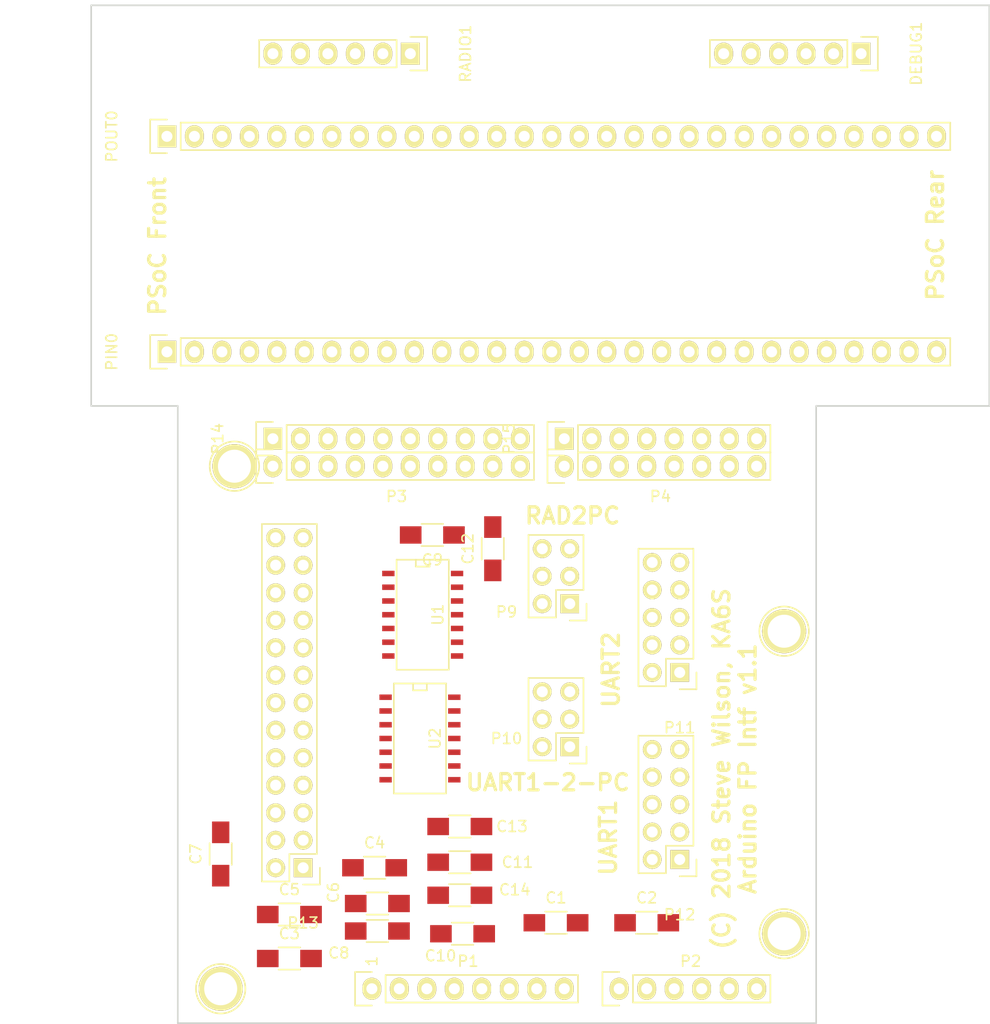
<source format=kicad_pcb>
(kicad_pcb (version 20170920) (host pcbnew "(2017-09-22 revision df472e6)-master")

  (general
    (thickness 1.6)
    (drawings 33)
    (tracks 0)
    (zones 0)
    (modules 35)
    (nets 111)
  )

  (page A4)
  (title_block
    (date "lun. 30 mars 2015")
  )

  (layers
    (0 F.Cu signal)
    (31 B.Cu signal)
    (32 B.Adhes user)
    (33 F.Adhes user)
    (34 B.Paste user)
    (35 F.Paste user)
    (36 B.SilkS user)
    (37 F.SilkS user)
    (38 B.Mask user)
    (39 F.Mask user)
    (40 Dwgs.User user)
    (41 Cmts.User user)
    (42 Eco1.User user)
    (43 Eco2.User user)
    (44 Edge.Cuts user)
    (45 Margin user)
    (46 B.CrtYd user)
    (47 F.CrtYd user)
    (48 B.Fab user)
    (49 F.Fab user)
  )

  (setup
    (last_trace_width 0.25)
    (trace_clearance 0.2)
    (zone_clearance 0.508)
    (zone_45_only no)
    (trace_min 0.2)
    (segment_width 0.15)
    (edge_width 0.15)
    (via_size 0.6)
    (via_drill 0.4)
    (via_min_size 0.4)
    (via_min_drill 0.3)
    (uvia_size 0.3)
    (uvia_drill 0.1)
    (uvias_allowed no)
    (uvia_min_size 0.2)
    (uvia_min_drill 0.1)
    (pcb_text_width 0.3)
    (pcb_text_size 1.5 1.5)
    (mod_edge_width 0.15)
    (mod_text_size 1 1)
    (mod_text_width 0.15)
    (pad_size 2.032 1.7272)
    (pad_drill 1.016)
    (pad_to_mask_clearance 0)
    (aux_axis_origin 110.998 126.365)
    (grid_origin 110.998 126.365)
    (visible_elements FFFFFF7F)
    (pcbplotparams
      (layerselection 0x010fc_ffffffff)
      (usegerberextensions true)
      (usegerberattributes true)
      (usegerberadvancedattributes true)
      (creategerberjobfile true)
      (excludeedgelayer true)
      (linewidth 0.100000)
      (plotframeref false)
      (viasonmask false)
      (mode 1)
      (useauxorigin false)
      (hpglpennumber 1)
      (hpglpenspeed 20)
      (hpglpendiameter 15)
      (psnegative false)
      (psa4output false)
      (plotreference true)
      (plotvalue true)
      (plotinvisibletext false)
      (padsonsilk false)
      (subtractmaskfromsilk false)
      (outputformat 1)
      (mirror false)
      (drillshape 0)
      (scaleselection 1)
      (outputdirectory gerbers/))
  )

  (net 0 "")
  (net 1 +5V)
  (net 2 GND)
  (net 3 +3V3)
  (net 4 /vcc_uart2)
  (net 5 /lcl_vcc)
  (net 6 /p1.8V)
  (net 7 /encb_clk)
  (net 8 /encb_dat)
  (net 9 /encb_sw)
  (net 10 /i2c_scl)
  (net 11 /i2c_sda)
  (net 12 /button_b_int)
  (net 13 /button_a_int)
  (net 14 /encc_sw)
  (net 15 /encc_clk)
  (net 16 /encc_dat)
  (net 17 /enca_clk)
  (net 18 /enca_dat)
  (net 19 /enca_sw)
  (net 20 /tune_cha)
  (net 21 /tune_chb)
  (net 22 /lcl_rx)
  (net 23 /lcl_tx)
  (net 24 /xuart1_txd)
  (net 25 /xuart1_rxd)
  (net 26 /vcc_uart1)
  (net 27 /xuart1_cts)
  (net 28 /xuart1_rts)
  (net 29 /xuart2_rxd)
  (net 30 /xuart2_rts)
  (net 31 /xuart2_txd)
  (net 32 /xuart2_cts)
  (net 33 /uart2_txd)
  (net 34 /uart2_cts)
  (net 35 /uart2_rts)
  (net 36 "Net-(DEBUG1-Pad2)")
  (net 37 "Net-(DEBUG1-Pad3)")
  (net 38 /debug_rx)
  (net 39 /debug_tx)
  (net 40 "Net-(DEBUG1-Pad6)")
  (net 41 "Net-(P1-Pad1)")
  (net 42 /IOREF)
  (net 43 /Reset)
  (net 44 /Vin)
  (net 45 "Net-(P2-Pad1)")
  (net 46 "Net-(P2-Pad2)")
  (net 47 "Net-(P2-Pad3)")
  (net 48 "Net-(P2-Pad4)")
  (net 49 "Net-(P2-Pad5)")
  (net 50 "Net-(P2-Pad6)")
  (net 51 "Net-(P3-Pad1)")
  (net 52 "Net-(P3-Pad2)")
  (net 53 "Net-(P3-Pad3)")
  (net 54 "Net-(P3-Pad5)")
  (net 55 "Net-(P3-Pad6)")
  (net 56 "Net-(P3-Pad7)")
  (net 57 "Net-(P3-Pad8)")
  (net 58 "Net-(P3-Pad9)")
  (net 59 "Net-(P3-Pad10)")
  (net 60 "Net-(P4-Pad1)")
  (net 61 "Net-(P4-Pad2)")
  (net 62 "Net-(P4-Pad3)")
  (net 63 "Net-(P4-Pad4)")
  (net 64 "Net-(P4-Pad5)")
  (net 65 "Net-(P4-Pad6)")
  (net 66 "Net-(P4-Pad7)")
  (net 67 "Net-(P4-Pad8)")
  (net 68 "Net-(P5-Pad1)")
  (net 69 "Net-(P6-Pad1)")
  (net 70 "Net-(P7-Pad1)")
  (net 71 "Net-(P8-Pad1)")
  (net 72 /radio_rx)
  (net 73 /radio_tx)
  (net 74 "Net-(PIN0-Pad1)")
  (net 75 "Net-(PIN0-Pad4)")
  (net 76 "Net-(PIN0-Pad5)")
  (net 77 "Net-(PIN0-Pad6)")
  (net 78 "Net-(PIN0-Pad9)")
  (net 79 "Net-(PIN0-Pad10)")
  (net 80 "Net-(PIN0-Pad11)")
  (net 81 "Net-(PIN0-Pad12)")
  (net 82 "Net-(PIN0-Pad13)")
  (net 83 "Net-(PIN0-Pad21)")
  (net 84 "Net-(PIN0-Pad22)")
  (net 85 "Net-(PIN0-Pad23)")
  (net 86 "Net-(PIN0-Pad24)")
  (net 87 "Net-(PIN0-Pad25)")
  (net 88 "Net-(PIN0-Pad26)")
  (net 89 "Net-(PIN0-Pad27)")
  (net 90 "Net-(POUT0-Pad28)")
  (net 91 "Net-(POUT0-Pad25)")
  (net 92 "Net-(POUT0-Pad24)")
  (net 93 "Net-(POUT0-Pad23)")
  (net 94 "Net-(POUT0-Pad22)")
  (net 95 "Net-(POUT0-Pad21)")
  (net 96 "Net-(POUT0-Pad20)")
  (net 97 "Net-(POUT0-Pad19)")
  (net 98 "Net-(POUT0-Pad18)")
  (net 99 "Net-(POUT0-Pad17)")
  (net 100 "Net-(POUT0-Pad16)")
  (net 101 "Net-(POUT0-Pad15)")
  (net 102 "Net-(POUT0-Pad14)")
  (net 103 "Net-(POUT0-Pad13)")
  (net 104 "Net-(POUT0-Pad12)")
  (net 105 "Net-(POUT0-Pad11)")
  (net 106 "Net-(POUT0-Pad6)")
  (net 107 "Net-(POUT0-Pad5)")
  (net 108 "Net-(RADIO1-Pad2)")
  (net 109 "Net-(RADIO1-Pad3)")
  (net 110 "Net-(RADIO1-Pad6)")

  (net_class Default "This is the default net class."
    (clearance 0.2)
    (trace_width 0.25)
    (via_dia 0.6)
    (via_drill 0.4)
    (uvia_dia 0.3)
    (uvia_drill 0.1)
    (add_net /IOREF)
    (add_net /Reset)
    (add_net /Vin)
    (add_net /button_a_int)
    (add_net /button_b_int)
    (add_net /debug_rx)
    (add_net /debug_tx)
    (add_net /enca_clk)
    (add_net /enca_dat)
    (add_net /enca_sw)
    (add_net /encb_clk)
    (add_net /encb_dat)
    (add_net /encb_sw)
    (add_net /encc_clk)
    (add_net /encc_dat)
    (add_net /encc_sw)
    (add_net /i2c_scl)
    (add_net /i2c_sda)
    (add_net /lcl_rx)
    (add_net /lcl_tx)
    (add_net /radio_rx)
    (add_net /radio_tx)
    (add_net /tune_cha)
    (add_net /tune_chb)
    (add_net /uart2_cts)
    (add_net /uart2_rts)
    (add_net /uart2_txd)
    (add_net /xuart1_cts)
    (add_net /xuart1_rts)
    (add_net /xuart1_rxd)
    (add_net /xuart1_txd)
    (add_net /xuart2_cts)
    (add_net /xuart2_rts)
    (add_net /xuart2_rxd)
    (add_net /xuart2_txd)
    (add_net "Net-(DEBUG1-Pad2)")
    (add_net "Net-(DEBUG1-Pad3)")
    (add_net "Net-(DEBUG1-Pad6)")
    (add_net "Net-(P1-Pad1)")
    (add_net "Net-(P2-Pad1)")
    (add_net "Net-(P2-Pad2)")
    (add_net "Net-(P2-Pad3)")
    (add_net "Net-(P2-Pad4)")
    (add_net "Net-(P2-Pad5)")
    (add_net "Net-(P2-Pad6)")
    (add_net "Net-(P3-Pad1)")
    (add_net "Net-(P3-Pad10)")
    (add_net "Net-(P3-Pad2)")
    (add_net "Net-(P3-Pad3)")
    (add_net "Net-(P3-Pad5)")
    (add_net "Net-(P3-Pad6)")
    (add_net "Net-(P3-Pad7)")
    (add_net "Net-(P3-Pad8)")
    (add_net "Net-(P3-Pad9)")
    (add_net "Net-(P4-Pad1)")
    (add_net "Net-(P4-Pad2)")
    (add_net "Net-(P4-Pad3)")
    (add_net "Net-(P4-Pad4)")
    (add_net "Net-(P4-Pad5)")
    (add_net "Net-(P4-Pad6)")
    (add_net "Net-(P4-Pad7)")
    (add_net "Net-(P4-Pad8)")
    (add_net "Net-(P5-Pad1)")
    (add_net "Net-(P6-Pad1)")
    (add_net "Net-(P7-Pad1)")
    (add_net "Net-(P8-Pad1)")
    (add_net "Net-(PIN0-Pad1)")
    (add_net "Net-(PIN0-Pad10)")
    (add_net "Net-(PIN0-Pad11)")
    (add_net "Net-(PIN0-Pad12)")
    (add_net "Net-(PIN0-Pad13)")
    (add_net "Net-(PIN0-Pad21)")
    (add_net "Net-(PIN0-Pad22)")
    (add_net "Net-(PIN0-Pad23)")
    (add_net "Net-(PIN0-Pad24)")
    (add_net "Net-(PIN0-Pad25)")
    (add_net "Net-(PIN0-Pad26)")
    (add_net "Net-(PIN0-Pad27)")
    (add_net "Net-(PIN0-Pad4)")
    (add_net "Net-(PIN0-Pad5)")
    (add_net "Net-(PIN0-Pad6)")
    (add_net "Net-(PIN0-Pad9)")
    (add_net "Net-(POUT0-Pad11)")
    (add_net "Net-(POUT0-Pad12)")
    (add_net "Net-(POUT0-Pad13)")
    (add_net "Net-(POUT0-Pad14)")
    (add_net "Net-(POUT0-Pad15)")
    (add_net "Net-(POUT0-Pad16)")
    (add_net "Net-(POUT0-Pad17)")
    (add_net "Net-(POUT0-Pad18)")
    (add_net "Net-(POUT0-Pad19)")
    (add_net "Net-(POUT0-Pad20)")
    (add_net "Net-(POUT0-Pad21)")
    (add_net "Net-(POUT0-Pad22)")
    (add_net "Net-(POUT0-Pad23)")
    (add_net "Net-(POUT0-Pad24)")
    (add_net "Net-(POUT0-Pad25)")
    (add_net "Net-(POUT0-Pad28)")
    (add_net "Net-(POUT0-Pad5)")
    (add_net "Net-(POUT0-Pad6)")
    (add_net "Net-(RADIO1-Pad2)")
    (add_net "Net-(RADIO1-Pad3)")
    (add_net "Net-(RADIO1-Pad6)")
  )

  (net_class POWER ""
    (clearance 0.2)
    (trace_width 0.7)
    (via_dia 0.6)
    (via_drill 0.4)
    (uvia_dia 0.3)
    (uvia_drill 0.1)
    (add_net +3V3)
    (add_net +5V)
    (add_net /lcl_vcc)
    (add_net /p1.8V)
    (add_net /vcc_uart1)
    (add_net /vcc_uart2)
    (add_net GND)
  )

  (module Pin_Headers:Pin_Header_Straight_1x06 (layer F.Cu) (tedit 0) (tstamp 5AF3237E)
    (at 142.494 37.465 270)
    (descr "Through hole pin header")
    (tags "pin header")
    (path /5AEF85F6)
    (fp_text reference RADIO1 (at 0 -5.1 270) (layer F.SilkS)
      (effects (font (size 1 1) (thickness 0.15)))
    )
    (fp_text value CONN_01X06 (at 0 -3.1 270) (layer F.Fab)
      (effects (font (size 1 1) (thickness 0.15)))
    )
    (fp_line (start -1.55 -1.55) (end 1.55 -1.55) (layer F.SilkS) (width 0.15))
    (fp_line (start -1.55 0) (end -1.55 -1.55) (layer F.SilkS) (width 0.15))
    (fp_line (start 1.27 1.27) (end -1.27 1.27) (layer F.SilkS) (width 0.15))
    (fp_line (start 1.55 -1.55) (end 1.55 0) (layer F.SilkS) (width 0.15))
    (fp_line (start -1.27 13.97) (end -1.27 1.27) (layer F.SilkS) (width 0.15))
    (fp_line (start 1.27 13.97) (end -1.27 13.97) (layer F.SilkS) (width 0.15))
    (fp_line (start 1.27 1.27) (end 1.27 13.97) (layer F.SilkS) (width 0.15))
    (fp_line (start -1.75 14.45) (end 1.75 14.45) (layer F.CrtYd) (width 0.05))
    (fp_line (start -1.75 -1.75) (end 1.75 -1.75) (layer F.CrtYd) (width 0.05))
    (fp_line (start 1.75 -1.75) (end 1.75 14.45) (layer F.CrtYd) (width 0.05))
    (fp_line (start -1.75 -1.75) (end -1.75 14.45) (layer F.CrtYd) (width 0.05))
    (pad 6 thru_hole oval (at 0 12.7 270) (size 2.032 1.7272) (drill 1.016) (layers *.Cu *.Mask F.SilkS)
      (net 110 "Net-(RADIO1-Pad6)"))
    (pad 5 thru_hole oval (at 0 10.16 270) (size 2.032 1.7272) (drill 1.016) (layers *.Cu *.Mask F.SilkS)
      (net 73 /radio_tx))
    (pad 4 thru_hole oval (at 0 7.62 270) (size 2.032 1.7272) (drill 1.016) (layers *.Cu *.Mask F.SilkS)
      (net 72 /radio_rx))
    (pad 3 thru_hole oval (at 0 5.08 270) (size 2.032 1.7272) (drill 1.016) (layers *.Cu *.Mask F.SilkS)
      (net 109 "Net-(RADIO1-Pad3)"))
    (pad 2 thru_hole oval (at 0 2.54 270) (size 2.032 1.7272) (drill 1.016) (layers *.Cu *.Mask F.SilkS)
      (net 108 "Net-(RADIO1-Pad2)"))
    (pad 1 thru_hole rect (at 0 0 270) (size 2.032 1.7272) (drill 1.016) (layers *.Cu *.Mask F.SilkS)
      (net 2 GND))
    (model Pin_Headers.3dshapes/Pin_Header_Straight_1x06.wrl
      (at (xyz 0 -0.25 0))
      (scale (xyz 1 1 1))
      (rotate (xyz 0 0 90))
    )
  )

  (module Socket_Arduino_Uno:Socket_Strip_Arduino_1x08 locked (layer F.Cu) (tedit 552168D2) (tstamp 551AF9EA)
    (at 138.938 123.825)
    (descr "Through hole socket strip")
    (tags "socket strip")
    (path /5517C2C1)
    (fp_text reference P1 (at 8.89 -2.54) (layer F.SilkS)
      (effects (font (size 1 1) (thickness 0.15)))
    )
    (fp_text value Power (at 8.89 -4.064) (layer F.Fab)
      (effects (font (size 1 1) (thickness 0.15)))
    )
    (fp_line (start -1.75 -1.75) (end -1.75 1.75) (layer F.CrtYd) (width 0.05))
    (fp_line (start 19.55 -1.75) (end 19.55 1.75) (layer F.CrtYd) (width 0.05))
    (fp_line (start -1.75 -1.75) (end 19.55 -1.75) (layer F.CrtYd) (width 0.05))
    (fp_line (start -1.75 1.75) (end 19.55 1.75) (layer F.CrtYd) (width 0.05))
    (fp_line (start 1.27 1.27) (end 19.05 1.27) (layer F.SilkS) (width 0.15))
    (fp_line (start 19.05 1.27) (end 19.05 -1.27) (layer F.SilkS) (width 0.15))
    (fp_line (start 19.05 -1.27) (end 1.27 -1.27) (layer F.SilkS) (width 0.15))
    (fp_line (start -1.55 1.55) (end 0 1.55) (layer F.SilkS) (width 0.15))
    (fp_line (start 1.27 1.27) (end 1.27 -1.27) (layer F.SilkS) (width 0.15))
    (fp_line (start 0 -1.55) (end -1.55 -1.55) (layer F.SilkS) (width 0.15))
    (fp_line (start -1.55 -1.55) (end -1.55 1.55) (layer F.SilkS) (width 0.15))
    (pad 1 thru_hole oval (at 0 0) (size 1.7272 2.032) (drill 1.016) (layers *.Cu *.Mask F.SilkS)
      (net 41 "Net-(P1-Pad1)"))
    (pad 2 thru_hole oval (at 2.54 0) (size 1.7272 2.032) (drill 1.016) (layers *.Cu *.Mask F.SilkS)
      (net 42 /IOREF))
    (pad 3 thru_hole oval (at 5.08 0) (size 1.7272 2.032) (drill 1.016) (layers *.Cu *.Mask F.SilkS)
      (net 43 /Reset))
    (pad 4 thru_hole oval (at 7.62 0) (size 1.7272 2.032) (drill 1.016) (layers *.Cu *.Mask F.SilkS)
      (net 3 +3V3))
    (pad 5 thru_hole oval (at 10.16 0) (size 1.7272 2.032) (drill 1.016) (layers *.Cu *.Mask F.SilkS)
      (net 1 +5V))
    (pad 6 thru_hole oval (at 12.7 0) (size 1.7272 2.032) (drill 1.016) (layers *.Cu *.Mask F.SilkS)
      (net 2 GND))
    (pad 7 thru_hole oval (at 15.24 0) (size 1.7272 2.032) (drill 1.016) (layers *.Cu *.Mask F.SilkS)
      (net 2 GND))
    (pad 8 thru_hole oval (at 17.78 0) (size 1.7272 2.032) (drill 1.016) (layers *.Cu *.Mask F.SilkS)
      (net 44 /Vin))
    (model ${KIPRJMOD}/Socket_Arduino_Uno.3dshapes/Socket_header_Arduino_1x08.wrl
      (at (xyz 0.35 0 0))
      (scale (xyz 1 1 1))
      (rotate (xyz 0 0 180))
    )
  )

  (module Socket_Arduino_Uno:Socket_Strip_Arduino_1x06 locked (layer F.Cu) (tedit 552168D6) (tstamp 551AF9FF)
    (at 161.798 123.825)
    (descr "Through hole socket strip")
    (tags "socket strip")
    (path /5517C323)
    (fp_text reference P2 (at 6.604 -2.54) (layer F.SilkS)
      (effects (font (size 1 1) (thickness 0.15)))
    )
    (fp_text value Analog (at 6.604 -4.064) (layer F.Fab)
      (effects (font (size 1 1) (thickness 0.15)))
    )
    (fp_line (start -1.75 -1.75) (end -1.75 1.75) (layer F.CrtYd) (width 0.05))
    (fp_line (start 14.45 -1.75) (end 14.45 1.75) (layer F.CrtYd) (width 0.05))
    (fp_line (start -1.75 -1.75) (end 14.45 -1.75) (layer F.CrtYd) (width 0.05))
    (fp_line (start -1.75 1.75) (end 14.45 1.75) (layer F.CrtYd) (width 0.05))
    (fp_line (start 1.27 1.27) (end 13.97 1.27) (layer F.SilkS) (width 0.15))
    (fp_line (start 13.97 1.27) (end 13.97 -1.27) (layer F.SilkS) (width 0.15))
    (fp_line (start 13.97 -1.27) (end 1.27 -1.27) (layer F.SilkS) (width 0.15))
    (fp_line (start -1.55 1.55) (end 0 1.55) (layer F.SilkS) (width 0.15))
    (fp_line (start 1.27 1.27) (end 1.27 -1.27) (layer F.SilkS) (width 0.15))
    (fp_line (start 0 -1.55) (end -1.55 -1.55) (layer F.SilkS) (width 0.15))
    (fp_line (start -1.55 -1.55) (end -1.55 1.55) (layer F.SilkS) (width 0.15))
    (pad 1 thru_hole oval (at 0 0) (size 1.7272 2.032) (drill 1.016) (layers *.Cu *.Mask F.SilkS)
      (net 45 "Net-(P2-Pad1)"))
    (pad 2 thru_hole oval (at 2.54 0) (size 1.7272 2.032) (drill 1.016) (layers *.Cu *.Mask F.SilkS)
      (net 46 "Net-(P2-Pad2)"))
    (pad 3 thru_hole oval (at 5.08 0) (size 1.7272 2.032) (drill 1.016) (layers *.Cu *.Mask F.SilkS)
      (net 47 "Net-(P2-Pad3)"))
    (pad 4 thru_hole oval (at 7.62 0) (size 1.7272 2.032) (drill 1.016) (layers *.Cu *.Mask F.SilkS)
      (net 48 "Net-(P2-Pad4)"))
    (pad 5 thru_hole oval (at 10.16 0) (size 1.7272 2.032) (drill 1.016) (layers *.Cu *.Mask F.SilkS)
      (net 49 "Net-(P2-Pad5)"))
    (pad 6 thru_hole oval (at 12.7 0) (size 1.7272 2.032) (drill 1.016) (layers *.Cu *.Mask F.SilkS)
      (net 50 "Net-(P2-Pad6)"))
    (model ${KIPRJMOD}/Socket_Arduino_Uno.3dshapes/Socket_header_Arduino_1x06.wrl
      (at (xyz 0.25 0 0))
      (scale (xyz 1 1 1))
      (rotate (xyz 0 0 180))
    )
  )

  (module Socket_Arduino_Uno:Socket_Strip_Arduino_1x10 locked (layer F.Cu) (tedit 552168BF) (tstamp 551AFA18)
    (at 129.794 75.565)
    (descr "Through hole socket strip")
    (tags "socket strip")
    (path /5517C46C)
    (fp_text reference P3 (at 11.43 2.794) (layer F.SilkS)
      (effects (font (size 1 1) (thickness 0.15)))
    )
    (fp_text value Digital (at 11.43 4.318) (layer F.Fab)
      (effects (font (size 1 1) (thickness 0.15)))
    )
    (fp_line (start -1.75 -1.75) (end -1.75 1.75) (layer F.CrtYd) (width 0.05))
    (fp_line (start 24.65 -1.75) (end 24.65 1.75) (layer F.CrtYd) (width 0.05))
    (fp_line (start -1.75 -1.75) (end 24.65 -1.75) (layer F.CrtYd) (width 0.05))
    (fp_line (start -1.75 1.75) (end 24.65 1.75) (layer F.CrtYd) (width 0.05))
    (fp_line (start 1.27 1.27) (end 24.13 1.27) (layer F.SilkS) (width 0.15))
    (fp_line (start 24.13 1.27) (end 24.13 -1.27) (layer F.SilkS) (width 0.15))
    (fp_line (start 24.13 -1.27) (end 1.27 -1.27) (layer F.SilkS) (width 0.15))
    (fp_line (start -1.55 1.55) (end 0 1.55) (layer F.SilkS) (width 0.15))
    (fp_line (start 1.27 1.27) (end 1.27 -1.27) (layer F.SilkS) (width 0.15))
    (fp_line (start 0 -1.55) (end -1.55 -1.55) (layer F.SilkS) (width 0.15))
    (fp_line (start -1.55 -1.55) (end -1.55 1.55) (layer F.SilkS) (width 0.15))
    (pad 1 thru_hole oval (at 0 0) (size 1.7272 2.032) (drill 1.016) (layers *.Cu *.Mask F.SilkS)
      (net 51 "Net-(P3-Pad1)"))
    (pad 2 thru_hole oval (at 2.54 0) (size 1.7272 2.032) (drill 1.016) (layers *.Cu *.Mask F.SilkS)
      (net 52 "Net-(P3-Pad2)"))
    (pad 3 thru_hole oval (at 5.08 0) (size 1.7272 2.032) (drill 1.016) (layers *.Cu *.Mask F.SilkS)
      (net 53 "Net-(P3-Pad3)"))
    (pad 4 thru_hole oval (at 7.62 0) (size 1.7272 2.032) (drill 1.016) (layers *.Cu *.Mask F.SilkS)
      (net 2 GND))
    (pad 5 thru_hole oval (at 10.16 0) (size 1.7272 2.032) (drill 1.016) (layers *.Cu *.Mask F.SilkS)
      (net 54 "Net-(P3-Pad5)"))
    (pad 6 thru_hole oval (at 12.7 0) (size 1.7272 2.032) (drill 1.016) (layers *.Cu *.Mask F.SilkS)
      (net 55 "Net-(P3-Pad6)"))
    (pad 7 thru_hole oval (at 15.24 0) (size 1.7272 2.032) (drill 1.016) (layers *.Cu *.Mask F.SilkS)
      (net 56 "Net-(P3-Pad7)"))
    (pad 8 thru_hole oval (at 17.78 0) (size 1.7272 2.032) (drill 1.016) (layers *.Cu *.Mask F.SilkS)
      (net 57 "Net-(P3-Pad8)"))
    (pad 9 thru_hole oval (at 20.32 0) (size 1.7272 2.032) (drill 1.016) (layers *.Cu *.Mask F.SilkS)
      (net 58 "Net-(P3-Pad9)"))
    (pad 10 thru_hole oval (at 22.86 0) (size 1.7272 2.032) (drill 1.016) (layers *.Cu *.Mask F.SilkS)
      (net 59 "Net-(P3-Pad10)"))
    (model ${KIPRJMOD}/Socket_Arduino_Uno.3dshapes/Socket_header_Arduino_1x10.wrl
      (at (xyz 0.45 0 0))
      (scale (xyz 1 1 1))
      (rotate (xyz 0 0 180))
    )
  )

  (module Socket_Arduino_Uno:Socket_Strip_Arduino_1x08 locked (layer F.Cu) (tedit 552168C7) (tstamp 551AFA2F)
    (at 156.718 75.565)
    (descr "Through hole socket strip")
    (tags "socket strip")
    (path /5517C366)
    (fp_text reference P4 (at 8.89 2.794) (layer F.SilkS)
      (effects (font (size 1 1) (thickness 0.15)))
    )
    (fp_text value Digital (at 8.89 4.318) (layer F.Fab)
      (effects (font (size 1 1) (thickness 0.15)))
    )
    (fp_line (start -1.75 -1.75) (end -1.75 1.75) (layer F.CrtYd) (width 0.05))
    (fp_line (start 19.55 -1.75) (end 19.55 1.75) (layer F.CrtYd) (width 0.05))
    (fp_line (start -1.75 -1.75) (end 19.55 -1.75) (layer F.CrtYd) (width 0.05))
    (fp_line (start -1.75 1.75) (end 19.55 1.75) (layer F.CrtYd) (width 0.05))
    (fp_line (start 1.27 1.27) (end 19.05 1.27) (layer F.SilkS) (width 0.15))
    (fp_line (start 19.05 1.27) (end 19.05 -1.27) (layer F.SilkS) (width 0.15))
    (fp_line (start 19.05 -1.27) (end 1.27 -1.27) (layer F.SilkS) (width 0.15))
    (fp_line (start -1.55 1.55) (end 0 1.55) (layer F.SilkS) (width 0.15))
    (fp_line (start 1.27 1.27) (end 1.27 -1.27) (layer F.SilkS) (width 0.15))
    (fp_line (start 0 -1.55) (end -1.55 -1.55) (layer F.SilkS) (width 0.15))
    (fp_line (start -1.55 -1.55) (end -1.55 1.55) (layer F.SilkS) (width 0.15))
    (pad 1 thru_hole oval (at 0 0) (size 1.7272 2.032) (drill 1.016) (layers *.Cu *.Mask F.SilkS)
      (net 60 "Net-(P4-Pad1)"))
    (pad 2 thru_hole oval (at 2.54 0) (size 1.7272 2.032) (drill 1.016) (layers *.Cu *.Mask F.SilkS)
      (net 61 "Net-(P4-Pad2)"))
    (pad 3 thru_hole oval (at 5.08 0) (size 1.7272 2.032) (drill 1.016) (layers *.Cu *.Mask F.SilkS)
      (net 62 "Net-(P4-Pad3)"))
    (pad 4 thru_hole oval (at 7.62 0) (size 1.7272 2.032) (drill 1.016) (layers *.Cu *.Mask F.SilkS)
      (net 63 "Net-(P4-Pad4)"))
    (pad 5 thru_hole oval (at 10.16 0) (size 1.7272 2.032) (drill 1.016) (layers *.Cu *.Mask F.SilkS)
      (net 64 "Net-(P4-Pad5)"))
    (pad 6 thru_hole oval (at 12.7 0) (size 1.7272 2.032) (drill 1.016) (layers *.Cu *.Mask F.SilkS)
      (net 65 "Net-(P4-Pad6)"))
    (pad 7 thru_hole oval (at 15.24 0) (size 1.7272 2.032) (drill 1.016) (layers *.Cu *.Mask F.SilkS)
      (net 66 "Net-(P4-Pad7)"))
    (pad 8 thru_hole oval (at 17.78 0) (size 1.7272 2.032) (drill 1.016) (layers *.Cu *.Mask F.SilkS)
      (net 67 "Net-(P4-Pad8)"))
    (model ${KIPRJMOD}/Socket_Arduino_Uno.3dshapes/Socket_header_Arduino_1x08.wrl
      (at (xyz 0.35 0 0))
      (scale (xyz 1 1 1))
      (rotate (xyz 0 0 180))
    )
  )

  (module Socket_Arduino_Uno:Arduino_1pin locked (layer F.Cu) (tedit 5524FC39) (tstamp 5524FC3F)
    (at 124.968 123.825)
    (descr "module 1 pin (ou trou mecanique de percage)")
    (tags DEV)
    (path /551BBC06)
    (fp_text reference P5 (at 0 -3.048) (layer F.SilkS) hide
      (effects (font (size 1 1) (thickness 0.15)))
    )
    (fp_text value CONN_1 (at 0 2.794) (layer F.Fab) hide
      (effects (font (size 1 1) (thickness 0.15)))
    )
    (fp_circle (center 0 0) (end 0 -2.286) (layer F.SilkS) (width 0.15))
    (pad 1 thru_hole circle (at 0 0) (size 4.064 4.064) (drill 3.048) (layers *.Cu *.Mask F.SilkS)
      (net 68 "Net-(P5-Pad1)"))
  )

  (module Socket_Arduino_Uno:Arduino_1pin locked (layer F.Cu) (tedit 5524FC4A) (tstamp 5524FC44)
    (at 177.038 118.745)
    (descr "module 1 pin (ou trou mecanique de percage)")
    (tags DEV)
    (path /551BBD10)
    (fp_text reference P6 (at 0 -3.048) (layer F.SilkS) hide
      (effects (font (size 1 1) (thickness 0.15)))
    )
    (fp_text value CONN_1 (at 0 2.794) (layer F.Fab) hide
      (effects (font (size 1 1) (thickness 0.15)))
    )
    (fp_circle (center 0 0) (end 0 -2.286) (layer F.SilkS) (width 0.15))
    (pad 1 thru_hole circle (at 0 0) (size 4.064 4.064) (drill 3.048) (layers *.Cu *.Mask F.SilkS)
      (net 69 "Net-(P6-Pad1)"))
  )

  (module Socket_Arduino_Uno:Arduino_1pin locked (layer F.Cu) (tedit 5524FC2F) (tstamp 5524FC49)
    (at 126.238 75.565)
    (descr "module 1 pin (ou trou mecanique de percage)")
    (tags DEV)
    (path /551BBD30)
    (fp_text reference P7 (at 0 -3.048) (layer F.SilkS) hide
      (effects (font (size 1 1) (thickness 0.15)))
    )
    (fp_text value CONN_1 (at 0 2.794) (layer F.Fab) hide
      (effects (font (size 1 1) (thickness 0.15)))
    )
    (fp_circle (center 0 0) (end 0 -2.286) (layer F.SilkS) (width 0.15))
    (pad 1 thru_hole circle (at 0 0) (size 4.064 4.064) (drill 3.048) (layers *.Cu *.Mask F.SilkS)
      (net 70 "Net-(P7-Pad1)"))
  )

  (module Socket_Arduino_Uno:Arduino_1pin locked (layer F.Cu) (tedit 5524FC41) (tstamp 5524FC4E)
    (at 177.038 90.805)
    (descr "module 1 pin (ou trou mecanique de percage)")
    (tags DEV)
    (path /551BBD52)
    (fp_text reference P8 (at 0 -3.048) (layer F.SilkS) hide
      (effects (font (size 1 1) (thickness 0.15)))
    )
    (fp_text value CONN_1 (at 0 2.794) (layer F.Fab) hide
      (effects (font (size 1 1) (thickness 0.15)))
    )
    (fp_circle (center 0 0) (end 0 -2.286) (layer F.SilkS) (width 0.15))
    (pad 1 thru_hole circle (at 0 0) (size 4.064 4.064) (drill 3.048) (layers *.Cu *.Mask F.SilkS)
      (net 71 "Net-(P8-Pad1)"))
  )

  (module Capacitors_SMD:C_1206_HandSoldering (layer F.Cu) (tedit 541A9C03) (tstamp 5AD5F120)
    (at 155.956 117.729)
    (descr "Capacitor SMD 1206, hand soldering")
    (tags "capacitor 1206")
    (path /5AD0C3B3)
    (attr smd)
    (fp_text reference C1 (at 0 -2.3) (layer F.SilkS)
      (effects (font (size 1 1) (thickness 0.15)))
    )
    (fp_text value 1uF (at 0 2.3) (layer F.Fab)
      (effects (font (size 1 1) (thickness 0.15)))
    )
    (fp_line (start -1 1.025) (end 1 1.025) (layer F.SilkS) (width 0.15))
    (fp_line (start 1 -1.025) (end -1 -1.025) (layer F.SilkS) (width 0.15))
    (fp_line (start 3.3 -1.15) (end 3.3 1.15) (layer F.CrtYd) (width 0.05))
    (fp_line (start -3.3 -1.15) (end -3.3 1.15) (layer F.CrtYd) (width 0.05))
    (fp_line (start -3.3 1.15) (end 3.3 1.15) (layer F.CrtYd) (width 0.05))
    (fp_line (start -3.3 -1.15) (end 3.3 -1.15) (layer F.CrtYd) (width 0.05))
    (pad 2 smd rect (at 2 0) (size 2 1.6) (layers F.Cu F.Paste F.Mask)
      (net 2 GND))
    (pad 1 smd rect (at -2 0) (size 2 1.6) (layers F.Cu F.Paste F.Mask)
      (net 4 /vcc_uart2))
    (model Capacitors_SMD.3dshapes/C_1206_HandSoldering.wrl
      (at (xyz 0 0 0))
      (scale (xyz 1 1 1))
      (rotate (xyz 0 0 0))
    )
  )

  (module Capacitors_SMD:C_1206_HandSoldering (layer F.Cu) (tedit 541A9C03) (tstamp 5AD5F12C)
    (at 164.338 117.729)
    (descr "Capacitor SMD 1206, hand soldering")
    (tags "capacitor 1206")
    (path /5AD0C3B9)
    (attr smd)
    (fp_text reference C2 (at 0 -2.3) (layer F.SilkS)
      (effects (font (size 1 1) (thickness 0.15)))
    )
    (fp_text value 0.01uF (at 0 2.3) (layer F.Fab)
      (effects (font (size 1 1) (thickness 0.15)))
    )
    (fp_line (start -3.3 -1.15) (end 3.3 -1.15) (layer F.CrtYd) (width 0.05))
    (fp_line (start -3.3 1.15) (end 3.3 1.15) (layer F.CrtYd) (width 0.05))
    (fp_line (start -3.3 -1.15) (end -3.3 1.15) (layer F.CrtYd) (width 0.05))
    (fp_line (start 3.3 -1.15) (end 3.3 1.15) (layer F.CrtYd) (width 0.05))
    (fp_line (start 1 -1.025) (end -1 -1.025) (layer F.SilkS) (width 0.15))
    (fp_line (start -1 1.025) (end 1 1.025) (layer F.SilkS) (width 0.15))
    (pad 1 smd rect (at -2 0) (size 2 1.6) (layers F.Cu F.Paste F.Mask))
    (pad 2 smd rect (at 2 0) (size 2 1.6) (layers F.Cu F.Paste F.Mask)
      (net 2 GND))
    (model Capacitors_SMD.3dshapes/C_1206_HandSoldering.wrl
      (at (xyz 0 0 0))
      (scale (xyz 1 1 1))
      (rotate (xyz 0 0 0))
    )
  )

  (module Capacitors_SMD:C_1206_HandSoldering (layer F.Cu) (tedit 541A9C03) (tstamp 5AD5F138)
    (at 131.318 121.031)
    (descr "Capacitor SMD 1206, hand soldering")
    (tags "capacitor 1206")
    (path /5ACFEFB3)
    (attr smd)
    (fp_text reference C3 (at 0 -2.3) (layer F.SilkS)
      (effects (font (size 1 1) (thickness 0.15)))
    )
    (fp_text value 100uF (at 0 2.3) (layer F.Fab)
      (effects (font (size 1 1) (thickness 0.15)))
    )
    (fp_line (start -1 1.025) (end 1 1.025) (layer F.SilkS) (width 0.15))
    (fp_line (start 1 -1.025) (end -1 -1.025) (layer F.SilkS) (width 0.15))
    (fp_line (start 3.3 -1.15) (end 3.3 1.15) (layer F.CrtYd) (width 0.05))
    (fp_line (start -3.3 -1.15) (end -3.3 1.15) (layer F.CrtYd) (width 0.05))
    (fp_line (start -3.3 1.15) (end 3.3 1.15) (layer F.CrtYd) (width 0.05))
    (fp_line (start -3.3 -1.15) (end 3.3 -1.15) (layer F.CrtYd) (width 0.05))
    (pad 2 smd rect (at 2 0) (size 2 1.6) (layers F.Cu F.Paste F.Mask)
      (net 2 GND))
    (pad 1 smd rect (at -2 0) (size 2 1.6) (layers F.Cu F.Paste F.Mask)
      (net 3 +3V3))
    (model Capacitors_SMD.3dshapes/C_1206_HandSoldering.wrl
      (at (xyz 0 0 0))
      (scale (xyz 1 1 1))
      (rotate (xyz 0 0 0))
    )
  )

  (module Capacitors_SMD:C_1206_HandSoldering (layer F.Cu) (tedit 541A9C03) (tstamp 5AD5F144)
    (at 139.192 112.649)
    (descr "Capacitor SMD 1206, hand soldering")
    (tags "capacitor 1206")
    (path /5ACFF0D8)
    (attr smd)
    (fp_text reference C4 (at 0 -2.3) (layer F.SilkS)
      (effects (font (size 1 1) (thickness 0.15)))
    )
    (fp_text value 100uF (at 0 2.3) (layer F.Fab)
      (effects (font (size 1 1) (thickness 0.15)))
    )
    (fp_line (start -3.3 -1.15) (end 3.3 -1.15) (layer F.CrtYd) (width 0.05))
    (fp_line (start -3.3 1.15) (end 3.3 1.15) (layer F.CrtYd) (width 0.05))
    (fp_line (start -3.3 -1.15) (end -3.3 1.15) (layer F.CrtYd) (width 0.05))
    (fp_line (start 3.3 -1.15) (end 3.3 1.15) (layer F.CrtYd) (width 0.05))
    (fp_line (start 1 -1.025) (end -1 -1.025) (layer F.SilkS) (width 0.15))
    (fp_line (start -1 1.025) (end 1 1.025) (layer F.SilkS) (width 0.15))
    (pad 1 smd rect (at -2 0) (size 2 1.6) (layers F.Cu F.Paste F.Mask)
      (net 1 +5V))
    (pad 2 smd rect (at 2 0) (size 2 1.6) (layers F.Cu F.Paste F.Mask)
      (net 2 GND))
    (model Capacitors_SMD.3dshapes/C_1206_HandSoldering.wrl
      (at (xyz 0 0 0))
      (scale (xyz 1 1 1))
      (rotate (xyz 0 0 0))
    )
  )

  (module Capacitors_SMD:C_1206_HandSoldering (layer F.Cu) (tedit 541A9C03) (tstamp 5AD5F150)
    (at 131.318 116.967)
    (descr "Capacitor SMD 1206, hand soldering")
    (tags "capacitor 1206")
    (path /5ACFEF5F)
    (attr smd)
    (fp_text reference C5 (at 0 -2.3) (layer F.SilkS)
      (effects (font (size 1 1) (thickness 0.15)))
    )
    (fp_text value 1uF (at 0 2.3) (layer F.Fab)
      (effects (font (size 1 1) (thickness 0.15)))
    )
    (fp_line (start -1 1.025) (end 1 1.025) (layer F.SilkS) (width 0.15))
    (fp_line (start 1 -1.025) (end -1 -1.025) (layer F.SilkS) (width 0.15))
    (fp_line (start 3.3 -1.15) (end 3.3 1.15) (layer F.CrtYd) (width 0.05))
    (fp_line (start -3.3 -1.15) (end -3.3 1.15) (layer F.CrtYd) (width 0.05))
    (fp_line (start -3.3 1.15) (end 3.3 1.15) (layer F.CrtYd) (width 0.05))
    (fp_line (start -3.3 -1.15) (end 3.3 -1.15) (layer F.CrtYd) (width 0.05))
    (pad 2 smd rect (at 2 0) (size 2 1.6) (layers F.Cu F.Paste F.Mask)
      (net 2 GND))
    (pad 1 smd rect (at -2 0) (size 2 1.6) (layers F.Cu F.Paste F.Mask)
      (net 3 +3V3))
    (model Capacitors_SMD.3dshapes/C_1206_HandSoldering.wrl
      (at (xyz 0 0 0))
      (scale (xyz 1 1 1))
      (rotate (xyz 0 0 0))
    )
  )

  (module Capacitors_SMD:C_1206_HandSoldering (layer F.Cu) (tedit 5AEE28A9) (tstamp 5AD5F15C)
    (at 139.446 115.951)
    (descr "Capacitor SMD 1206, hand soldering")
    (tags "capacitor 1206")
    (path /5ACFEC45)
    (attr smd)
    (fp_text reference C6 (at -4.064 -1.016 90) (layer F.SilkS)
      (effects (font (size 1 1) (thickness 0.15)))
    )
    (fp_text value 1uF (at 0 2.3) (layer F.Fab)
      (effects (font (size 1 1) (thickness 0.15)))
    )
    (fp_line (start -1 1.025) (end 1 1.025) (layer F.SilkS) (width 0.15))
    (fp_line (start 1 -1.025) (end -1 -1.025) (layer F.SilkS) (width 0.15))
    (fp_line (start 3.3 -1.15) (end 3.3 1.15) (layer F.CrtYd) (width 0.05))
    (fp_line (start -3.3 -1.15) (end -3.3 1.15) (layer F.CrtYd) (width 0.05))
    (fp_line (start -3.3 1.15) (end 3.3 1.15) (layer F.CrtYd) (width 0.05))
    (fp_line (start -3.3 -1.15) (end 3.3 -1.15) (layer F.CrtYd) (width 0.05))
    (pad 2 smd rect (at 2 0) (size 2 1.6) (layers F.Cu F.Paste F.Mask)
      (net 2 GND))
    (pad 1 smd rect (at -2 0) (size 2 1.6) (layers F.Cu F.Paste F.Mask)
      (net 1 +5V))
    (model Capacitors_SMD.3dshapes/C_1206_HandSoldering.wrl
      (at (xyz 0 0 0))
      (scale (xyz 1 1 1))
      (rotate (xyz 0 0 0))
    )
  )

  (module Capacitors_SMD:C_1206_HandSoldering (layer F.Cu) (tedit 541A9C03) (tstamp 5AD5F168)
    (at 124.968 111.379 90)
    (descr "Capacitor SMD 1206, hand soldering")
    (tags "capacitor 1206")
    (path /5ACFEF65)
    (attr smd)
    (fp_text reference C7 (at 0 -2.3 90) (layer F.SilkS)
      (effects (font (size 1 1) (thickness 0.15)))
    )
    (fp_text value 0.01uF (at 0 2.3 90) (layer F.Fab)
      (effects (font (size 1 1) (thickness 0.15)))
    )
    (fp_line (start -3.3 -1.15) (end 3.3 -1.15) (layer F.CrtYd) (width 0.05))
    (fp_line (start -3.3 1.15) (end 3.3 1.15) (layer F.CrtYd) (width 0.05))
    (fp_line (start -3.3 -1.15) (end -3.3 1.15) (layer F.CrtYd) (width 0.05))
    (fp_line (start 3.3 -1.15) (end 3.3 1.15) (layer F.CrtYd) (width 0.05))
    (fp_line (start 1 -1.025) (end -1 -1.025) (layer F.SilkS) (width 0.15))
    (fp_line (start -1 1.025) (end 1 1.025) (layer F.SilkS) (width 0.15))
    (pad 1 smd rect (at -2 0 90) (size 2 1.6) (layers F.Cu F.Paste F.Mask)
      (net 3 +3V3))
    (pad 2 smd rect (at 2 0 90) (size 2 1.6) (layers F.Cu F.Paste F.Mask)
      (net 2 GND))
    (model Capacitors_SMD.3dshapes/C_1206_HandSoldering.wrl
      (at (xyz 0 0 0))
      (scale (xyz 1 1 1))
      (rotate (xyz 0 0 0))
    )
  )

  (module Capacitors_SMD:C_1206_HandSoldering (layer F.Cu) (tedit 5AEE28A1) (tstamp 5AD5F174)
    (at 139.446 118.491)
    (descr "Capacitor SMD 1206, hand soldering")
    (tags "capacitor 1206")
    (path /5ACFEC4B)
    (attr smd)
    (fp_text reference C8 (at -3.556 2.032) (layer F.SilkS)
      (effects (font (size 1 1) (thickness 0.15)))
    )
    (fp_text value 0.01uF (at 0 2.3) (layer F.Fab)
      (effects (font (size 1 1) (thickness 0.15)))
    )
    (fp_line (start -3.3 -1.15) (end 3.3 -1.15) (layer F.CrtYd) (width 0.05))
    (fp_line (start -3.3 1.15) (end 3.3 1.15) (layer F.CrtYd) (width 0.05))
    (fp_line (start -3.3 -1.15) (end -3.3 1.15) (layer F.CrtYd) (width 0.05))
    (fp_line (start 3.3 -1.15) (end 3.3 1.15) (layer F.CrtYd) (width 0.05))
    (fp_line (start 1 -1.025) (end -1 -1.025) (layer F.SilkS) (width 0.15))
    (fp_line (start -1 1.025) (end 1 1.025) (layer F.SilkS) (width 0.15))
    (pad 1 smd rect (at -2 0) (size 2 1.6) (layers F.Cu F.Paste F.Mask)
      (net 1 +5V))
    (pad 2 smd rect (at 2 0) (size 2 1.6) (layers F.Cu F.Paste F.Mask)
      (net 2 GND))
    (model Capacitors_SMD.3dshapes/C_1206_HandSoldering.wrl
      (at (xyz 0 0 0))
      (scale (xyz 1 1 1))
      (rotate (xyz 0 0 0))
    )
  )

  (module Capacitors_SMD:C_1206_HandSoldering (layer F.Cu) (tedit 541A9C03) (tstamp 5AD5F180)
    (at 144.526 81.915 180)
    (descr "Capacitor SMD 1206, hand soldering")
    (tags "capacitor 1206")
    (path /5AD0AB75)
    (attr smd)
    (fp_text reference C9 (at 0 -2.3 180) (layer F.SilkS)
      (effects (font (size 1 1) (thickness 0.15)))
    )
    (fp_text value 1uF (at 0 2.3 180) (layer F.Fab)
      (effects (font (size 1 1) (thickness 0.15)))
    )
    (fp_line (start -1 1.025) (end 1 1.025) (layer F.SilkS) (width 0.15))
    (fp_line (start 1 -1.025) (end -1 -1.025) (layer F.SilkS) (width 0.15))
    (fp_line (start 3.3 -1.15) (end 3.3 1.15) (layer F.CrtYd) (width 0.05))
    (fp_line (start -3.3 -1.15) (end -3.3 1.15) (layer F.CrtYd) (width 0.05))
    (fp_line (start -3.3 1.15) (end 3.3 1.15) (layer F.CrtYd) (width 0.05))
    (fp_line (start -3.3 -1.15) (end 3.3 -1.15) (layer F.CrtYd) (width 0.05))
    (pad 2 smd rect (at 2 0 180) (size 2 1.6) (layers F.Cu F.Paste F.Mask)
      (net 2 GND))
    (pad 1 smd rect (at -2 0 180) (size 2 1.6) (layers F.Cu F.Paste F.Mask)
      (net 5 /lcl_vcc))
    (model Capacitors_SMD.3dshapes/C_1206_HandSoldering.wrl
      (at (xyz 0 0 0))
      (scale (xyz 1 1 1))
      (rotate (xyz 0 0 0))
    )
  )

  (module Capacitors_SMD:C_1206_HandSoldering (layer F.Cu) (tedit 5AEE28B0) (tstamp 5AD5F18C)
    (at 147.32 118.745 180)
    (descr "Capacitor SMD 1206, hand soldering")
    (tags "capacitor 1206")
    (path /5ACFE1A5)
    (attr smd)
    (fp_text reference C10 (at 2.032 -2.032 180) (layer F.SilkS)
      (effects (font (size 1 1) (thickness 0.15)))
    )
    (fp_text value 1uF (at 0 2.3 180) (layer F.Fab)
      (effects (font (size 1 1) (thickness 0.15)))
    )
    (fp_line (start -1 1.025) (end 1 1.025) (layer F.SilkS) (width 0.15))
    (fp_line (start 1 -1.025) (end -1 -1.025) (layer F.SilkS) (width 0.15))
    (fp_line (start 3.3 -1.15) (end 3.3 1.15) (layer F.CrtYd) (width 0.05))
    (fp_line (start -3.3 -1.15) (end -3.3 1.15) (layer F.CrtYd) (width 0.05))
    (fp_line (start -3.3 1.15) (end 3.3 1.15) (layer F.CrtYd) (width 0.05))
    (fp_line (start -3.3 -1.15) (end 3.3 -1.15) (layer F.CrtYd) (width 0.05))
    (pad 2 smd rect (at 2 0 180) (size 2 1.6) (layers F.Cu F.Paste F.Mask)
      (net 2 GND))
    (pad 1 smd rect (at -2 0 180) (size 2 1.6) (layers F.Cu F.Paste F.Mask)
      (net 6 /p1.8V))
    (model Capacitors_SMD.3dshapes/C_1206_HandSoldering.wrl
      (at (xyz 0 0 0))
      (scale (xyz 1 1 1))
      (rotate (xyz 0 0 0))
    )
  )

  (module Capacitors_SMD:C_1206_HandSoldering (layer F.Cu) (tedit 5AEE28B8) (tstamp 5AD5F198)
    (at 147.066 112.141 180)
    (descr "Capacitor SMD 1206, hand soldering")
    (tags "capacitor 1206")
    (path /5ACFE3D5)
    (attr smd)
    (fp_text reference C11 (at -5.334 0 180) (layer F.SilkS)
      (effects (font (size 1 1) (thickness 0.15)))
    )
    (fp_text value 1uF (at 0 2.3 180) (layer F.Fab)
      (effects (font (size 1 1) (thickness 0.15)))
    )
    (fp_line (start -1 1.025) (end 1 1.025) (layer F.SilkS) (width 0.15))
    (fp_line (start 1 -1.025) (end -1 -1.025) (layer F.SilkS) (width 0.15))
    (fp_line (start 3.3 -1.15) (end 3.3 1.15) (layer F.CrtYd) (width 0.05))
    (fp_line (start -3.3 -1.15) (end -3.3 1.15) (layer F.CrtYd) (width 0.05))
    (fp_line (start -3.3 1.15) (end 3.3 1.15) (layer F.CrtYd) (width 0.05))
    (fp_line (start -3.3 -1.15) (end 3.3 -1.15) (layer F.CrtYd) (width 0.05))
    (pad 2 smd rect (at 2 0 180) (size 2 1.6) (layers F.Cu F.Paste F.Mask)
      (net 2 GND))
    (pad 1 smd rect (at -2 0 180) (size 2 1.6) (layers F.Cu F.Paste F.Mask)
      (net 6 /p1.8V))
    (model Capacitors_SMD.3dshapes/C_1206_HandSoldering.wrl
      (at (xyz 0 0 0))
      (scale (xyz 1 1 1))
      (rotate (xyz 0 0 0))
    )
  )

  (module Capacitors_SMD:C_1206_HandSoldering (layer F.Cu) (tedit 541A9C03) (tstamp 5AD5F1A4)
    (at 150.114 83.185 90)
    (descr "Capacitor SMD 1206, hand soldering")
    (tags "capacitor 1206")
    (path /5AD0ACB7)
    (attr smd)
    (fp_text reference C12 (at 0 -2.3 90) (layer F.SilkS)
      (effects (font (size 1 1) (thickness 0.15)))
    )
    (fp_text value 0.01uF (at 0 2.3 90) (layer F.Fab)
      (effects (font (size 1 1) (thickness 0.15)))
    )
    (fp_line (start -3.3 -1.15) (end 3.3 -1.15) (layer F.CrtYd) (width 0.05))
    (fp_line (start -3.3 1.15) (end 3.3 1.15) (layer F.CrtYd) (width 0.05))
    (fp_line (start -3.3 -1.15) (end -3.3 1.15) (layer F.CrtYd) (width 0.05))
    (fp_line (start 3.3 -1.15) (end 3.3 1.15) (layer F.CrtYd) (width 0.05))
    (fp_line (start 1 -1.025) (end -1 -1.025) (layer F.SilkS) (width 0.15))
    (fp_line (start -1 1.025) (end 1 1.025) (layer F.SilkS) (width 0.15))
    (pad 1 smd rect (at -2 0 90) (size 2 1.6) (layers F.Cu F.Paste F.Mask)
      (net 5 /lcl_vcc))
    (pad 2 smd rect (at 2 0 90) (size 2 1.6) (layers F.Cu F.Paste F.Mask)
      (net 2 GND))
    (model Capacitors_SMD.3dshapes/C_1206_HandSoldering.wrl
      (at (xyz 0 0 0))
      (scale (xyz 1 1 1))
      (rotate (xyz 0 0 0))
    )
  )

  (module Capacitors_SMD:C_1206_HandSoldering (layer F.Cu) (tedit 5AEE28BD) (tstamp 5AD5F1B0)
    (at 147.066 108.839 180)
    (descr "Capacitor SMD 1206, hand soldering")
    (tags "capacitor 1206")
    (path /5ACFE205)
    (attr smd)
    (fp_text reference C13 (at -4.826 0 180) (layer F.SilkS)
      (effects (font (size 1 1) (thickness 0.15)))
    )
    (fp_text value 0.01uF (at 0 2.3 180) (layer F.Fab)
      (effects (font (size 1 1) (thickness 0.15)))
    )
    (fp_line (start -3.3 -1.15) (end 3.3 -1.15) (layer F.CrtYd) (width 0.05))
    (fp_line (start -3.3 1.15) (end 3.3 1.15) (layer F.CrtYd) (width 0.05))
    (fp_line (start -3.3 -1.15) (end -3.3 1.15) (layer F.CrtYd) (width 0.05))
    (fp_line (start 3.3 -1.15) (end 3.3 1.15) (layer F.CrtYd) (width 0.05))
    (fp_line (start 1 -1.025) (end -1 -1.025) (layer F.SilkS) (width 0.15))
    (fp_line (start -1 1.025) (end 1 1.025) (layer F.SilkS) (width 0.15))
    (pad 1 smd rect (at -2 0 180) (size 2 1.6) (layers F.Cu F.Paste F.Mask)
      (net 6 /p1.8V))
    (pad 2 smd rect (at 2 0 180) (size 2 1.6) (layers F.Cu F.Paste F.Mask)
      (net 2 GND))
    (model Capacitors_SMD.3dshapes/C_1206_HandSoldering.wrl
      (at (xyz 0 0 0))
      (scale (xyz 1 1 1))
      (rotate (xyz 0 0 0))
    )
  )

  (module Capacitors_SMD:C_1206_HandSoldering (layer F.Cu) (tedit 5AEE28B9) (tstamp 5AD5F1BC)
    (at 147.066 115.189 180)
    (descr "Capacitor SMD 1206, hand soldering")
    (tags "capacitor 1206")
    (path /5ACFE3DB)
    (attr smd)
    (fp_text reference C14 (at -5.08 0.508 180) (layer F.SilkS)
      (effects (font (size 1 1) (thickness 0.15)))
    )
    (fp_text value 0.01uF (at 0 2.3 180) (layer F.Fab)
      (effects (font (size 1 1) (thickness 0.15)))
    )
    (fp_line (start -3.3 -1.15) (end 3.3 -1.15) (layer F.CrtYd) (width 0.05))
    (fp_line (start -3.3 1.15) (end 3.3 1.15) (layer F.CrtYd) (width 0.05))
    (fp_line (start -3.3 -1.15) (end -3.3 1.15) (layer F.CrtYd) (width 0.05))
    (fp_line (start 3.3 -1.15) (end 3.3 1.15) (layer F.CrtYd) (width 0.05))
    (fp_line (start 1 -1.025) (end -1 -1.025) (layer F.SilkS) (width 0.15))
    (fp_line (start -1 1.025) (end 1 1.025) (layer F.SilkS) (width 0.15))
    (pad 1 smd rect (at -2 0 180) (size 2 1.6) (layers F.Cu F.Paste F.Mask)
      (net 6 /p1.8V))
    (pad 2 smd rect (at 2 0 180) (size 2 1.6) (layers F.Cu F.Paste F.Mask)
      (net 2 GND))
    (model Capacitors_SMD.3dshapes/C_1206_HandSoldering.wrl
      (at (xyz 0 0 0))
      (scale (xyz 1 1 1))
      (rotate (xyz 0 0 0))
    )
  )

  (module Pin_Headers:Pin_Header_Straight_2x03 (layer F.Cu) (tedit 5AEE293B) (tstamp 5AD5F1D3)
    (at 157.226 88.265 180)
    (descr "Through hole pin header")
    (tags "pin header")
    (path /5AD04408)
    (fp_text reference P9 (at 5.842 -0.762 180) (layer F.SilkS)
      (effects (font (size 1 1) (thickness 0.15)))
    )
    (fp_text value CONN_02X03 (at 0 -3.1 180) (layer F.Fab)
      (effects (font (size 1 1) (thickness 0.15)))
    )
    (fp_line (start -1.27 1.27) (end -1.27 6.35) (layer F.SilkS) (width 0.15))
    (fp_line (start -1.55 -1.55) (end 0 -1.55) (layer F.SilkS) (width 0.15))
    (fp_line (start -1.75 -1.75) (end -1.75 6.85) (layer F.CrtYd) (width 0.05))
    (fp_line (start 4.3 -1.75) (end 4.3 6.85) (layer F.CrtYd) (width 0.05))
    (fp_line (start -1.75 -1.75) (end 4.3 -1.75) (layer F.CrtYd) (width 0.05))
    (fp_line (start -1.75 6.85) (end 4.3 6.85) (layer F.CrtYd) (width 0.05))
    (fp_line (start 1.27 -1.27) (end 1.27 1.27) (layer F.SilkS) (width 0.15))
    (fp_line (start 1.27 1.27) (end -1.27 1.27) (layer F.SilkS) (width 0.15))
    (fp_line (start -1.27 6.35) (end 3.81 6.35) (layer F.SilkS) (width 0.15))
    (fp_line (start 3.81 6.35) (end 3.81 1.27) (layer F.SilkS) (width 0.15))
    (fp_line (start -1.55 -1.55) (end -1.55 0) (layer F.SilkS) (width 0.15))
    (fp_line (start 3.81 -1.27) (end 1.27 -1.27) (layer F.SilkS) (width 0.15))
    (fp_line (start 3.81 1.27) (end 3.81 -1.27) (layer F.SilkS) (width 0.15))
    (pad 1 thru_hole rect (at 0 0 180) (size 1.7272 1.7272) (drill 1.016) (layers *.Cu *.Mask F.SilkS)
      (net 3 +3V3))
    (pad 2 thru_hole oval (at 2.54 0 180) (size 1.7272 1.7272) (drill 1.016) (layers *.Cu *.Mask F.SilkS)
      (net 5 /lcl_vcc))
    (pad 3 thru_hole oval (at 0 2.54 180) (size 1.7272 1.7272) (drill 1.016) (layers *.Cu *.Mask F.SilkS)
      (net 72 /radio_rx))
    (pad 4 thru_hole oval (at 2.54 2.54 180) (size 1.7272 1.7272) (drill 1.016) (layers *.Cu *.Mask F.SilkS)
      (net 22 /lcl_rx))
    (pad 5 thru_hole oval (at 0 5.08 180) (size 1.7272 1.7272) (drill 1.016) (layers *.Cu *.Mask F.SilkS)
      (net 73 /radio_tx))
    (pad 6 thru_hole oval (at 2.54 5.08 180) (size 1.7272 1.7272) (drill 1.016) (layers *.Cu *.Mask F.SilkS)
      (net 23 /lcl_tx))
    (model Pin_Headers.3dshapes/Pin_Header_Straight_2x03.wrl
      (at (xyz 0.05 -0.1 0))
      (scale (xyz 1 1 1))
      (rotate (xyz 0 0 90))
    )
  )

  (module Pin_Headers:Pin_Header_Straight_2x03 (layer F.Cu) (tedit 5AEE2939) (tstamp 5AD5F1EA)
    (at 157.226 101.473 180)
    (descr "Through hole pin header")
    (tags "pin header")
    (path /5AD03368)
    (fp_text reference P10 (at 5.842 0.762 180) (layer F.SilkS)
      (effects (font (size 1 1) (thickness 0.15)))
    )
    (fp_text value CONN_02X03 (at 0 -3.1 180) (layer F.Fab)
      (effects (font (size 1 1) (thickness 0.15)))
    )
    (fp_line (start 3.81 1.27) (end 3.81 -1.27) (layer F.SilkS) (width 0.15))
    (fp_line (start 3.81 -1.27) (end 1.27 -1.27) (layer F.SilkS) (width 0.15))
    (fp_line (start -1.55 -1.55) (end -1.55 0) (layer F.SilkS) (width 0.15))
    (fp_line (start 3.81 6.35) (end 3.81 1.27) (layer F.SilkS) (width 0.15))
    (fp_line (start -1.27 6.35) (end 3.81 6.35) (layer F.SilkS) (width 0.15))
    (fp_line (start 1.27 1.27) (end -1.27 1.27) (layer F.SilkS) (width 0.15))
    (fp_line (start 1.27 -1.27) (end 1.27 1.27) (layer F.SilkS) (width 0.15))
    (fp_line (start -1.75 6.85) (end 4.3 6.85) (layer F.CrtYd) (width 0.05))
    (fp_line (start -1.75 -1.75) (end 4.3 -1.75) (layer F.CrtYd) (width 0.05))
    (fp_line (start 4.3 -1.75) (end 4.3 6.85) (layer F.CrtYd) (width 0.05))
    (fp_line (start -1.75 -1.75) (end -1.75 6.85) (layer F.CrtYd) (width 0.05))
    (fp_line (start -1.55 -1.55) (end 0 -1.55) (layer F.SilkS) (width 0.15))
    (fp_line (start -1.27 1.27) (end -1.27 6.35) (layer F.SilkS) (width 0.15))
    (pad 6 thru_hole oval (at 2.54 5.08 180) (size 1.7272 1.7272) (drill 1.016) (layers *.Cu *.Mask F.SilkS)
      (net 23 /lcl_tx))
    (pad 5 thru_hole oval (at 0 5.08 180) (size 1.7272 1.7272) (drill 1.016) (layers *.Cu *.Mask F.SilkS)
      (net 24 /xuart1_txd))
    (pad 4 thru_hole oval (at 2.54 2.54 180) (size 1.7272 1.7272) (drill 1.016) (layers *.Cu *.Mask F.SilkS)
      (net 22 /lcl_rx))
    (pad 3 thru_hole oval (at 0 2.54 180) (size 1.7272 1.7272) (drill 1.016) (layers *.Cu *.Mask F.SilkS)
      (net 25 /xuart1_rxd))
    (pad 2 thru_hole oval (at 2.54 0 180) (size 1.7272 1.7272) (drill 1.016) (layers *.Cu *.Mask F.SilkS)
      (net 5 /lcl_vcc))
    (pad 1 thru_hole rect (at 0 0 180) (size 1.7272 1.7272) (drill 1.016) (layers *.Cu *.Mask F.SilkS)
      (net 26 /vcc_uart1))
    (model Pin_Headers.3dshapes/Pin_Header_Straight_2x03.wrl
      (at (xyz 0.05 -0.1 0))
      (scale (xyz 1 1 1))
      (rotate (xyz 0 0 90))
    )
  )

  (module Pin_Headers:Pin_Header_Straight_2x05 (layer F.Cu) (tedit 0) (tstamp 5AD5F204)
    (at 167.386 94.615 180)
    (descr "Through hole pin header")
    (tags "pin header")
    (path /5AD01A93)
    (fp_text reference P11 (at 0 -5.1 180) (layer F.SilkS)
      (effects (font (size 1 1) (thickness 0.15)))
    )
    (fp_text value CONN_02X05 (at 0 -3.1 180) (layer F.Fab)
      (effects (font (size 1 1) (thickness 0.15)))
    )
    (fp_line (start -1.55 -1.55) (end -1.55 0) (layer F.SilkS) (width 0.15))
    (fp_line (start 1.27 1.27) (end -1.27 1.27) (layer F.SilkS) (width 0.15))
    (fp_line (start 1.27 -1.27) (end 1.27 1.27) (layer F.SilkS) (width 0.15))
    (fp_line (start 0 -1.55) (end -1.55 -1.55) (layer F.SilkS) (width 0.15))
    (fp_line (start 3.81 -1.27) (end 1.27 -1.27) (layer F.SilkS) (width 0.15))
    (fp_line (start -1.27 11.43) (end -1.27 1.27) (layer F.SilkS) (width 0.15))
    (fp_line (start 3.81 11.43) (end -1.27 11.43) (layer F.SilkS) (width 0.15))
    (fp_line (start 3.81 -1.27) (end 3.81 11.43) (layer F.SilkS) (width 0.15))
    (fp_line (start -1.75 11.95) (end 4.3 11.95) (layer F.CrtYd) (width 0.05))
    (fp_line (start -1.75 -1.75) (end 4.3 -1.75) (layer F.CrtYd) (width 0.05))
    (fp_line (start 4.3 -1.75) (end 4.3 11.95) (layer F.CrtYd) (width 0.05))
    (fp_line (start -1.75 -1.75) (end -1.75 11.95) (layer F.CrtYd) (width 0.05))
    (pad 10 thru_hole oval (at 2.54 10.16 180) (size 1.7272 1.7272) (drill 1.016) (layers *.Cu *.Mask F.SilkS))
    (pad 9 thru_hole oval (at 0 10.16 180) (size 1.7272 1.7272) (drill 1.016) (layers *.Cu *.Mask F.SilkS)
      (net 2 GND))
    (pad 8 thru_hole oval (at 2.54 7.62 180) (size 1.7272 1.7272) (drill 1.016) (layers *.Cu *.Mask F.SilkS))
    (pad 7 thru_hole oval (at 0 7.62 180) (size 1.7272 1.7272) (drill 1.016) (layers *.Cu *.Mask F.SilkS))
    (pad 6 thru_hole oval (at 2.54 5.08 180) (size 1.7272 1.7272) (drill 1.016) (layers *.Cu *.Mask F.SilkS)
      (net 27 /xuart1_cts))
    (pad 5 thru_hole oval (at 0 5.08 180) (size 1.7272 1.7272) (drill 1.016) (layers *.Cu *.Mask F.SilkS)
      (net 24 /xuart1_txd))
    (pad 4 thru_hole oval (at 2.54 2.54 180) (size 1.7272 1.7272) (drill 1.016) (layers *.Cu *.Mask F.SilkS)
      (net 28 /xuart1_rts))
    (pad 3 thru_hole oval (at 0 2.54 180) (size 1.7272 1.7272) (drill 1.016) (layers *.Cu *.Mask F.SilkS)
      (net 25 /xuart1_rxd))
    (pad 2 thru_hole oval (at 2.54 0 180) (size 1.7272 1.7272) (drill 1.016) (layers *.Cu *.Mask F.SilkS))
    (pad 1 thru_hole rect (at 0 0 180) (size 1.7272 1.7272) (drill 1.016) (layers *.Cu *.Mask F.SilkS)
      (net 26 /vcc_uart1))
    (model Pin_Headers.3dshapes/Pin_Header_Straight_2x05.wrl
      (at (xyz 0.05 -0.2 0))
      (scale (xyz 1 1 1))
      (rotate (xyz 0 0 90))
    )
  )

  (module Pin_Headers:Pin_Header_Straight_2x05 (layer F.Cu) (tedit 0) (tstamp 5AD5F21E)
    (at 167.386 111.887 180)
    (descr "Through hole pin header")
    (tags "pin header")
    (path /5AD028A6)
    (fp_text reference P12 (at 0 -5.1 180) (layer F.SilkS)
      (effects (font (size 1 1) (thickness 0.15)))
    )
    (fp_text value CONN_02X05 (at 0 -3.1 180) (layer F.Fab)
      (effects (font (size 1 1) (thickness 0.15)))
    )
    (fp_line (start -1.75 -1.75) (end -1.75 11.95) (layer F.CrtYd) (width 0.05))
    (fp_line (start 4.3 -1.75) (end 4.3 11.95) (layer F.CrtYd) (width 0.05))
    (fp_line (start -1.75 -1.75) (end 4.3 -1.75) (layer F.CrtYd) (width 0.05))
    (fp_line (start -1.75 11.95) (end 4.3 11.95) (layer F.CrtYd) (width 0.05))
    (fp_line (start 3.81 -1.27) (end 3.81 11.43) (layer F.SilkS) (width 0.15))
    (fp_line (start 3.81 11.43) (end -1.27 11.43) (layer F.SilkS) (width 0.15))
    (fp_line (start -1.27 11.43) (end -1.27 1.27) (layer F.SilkS) (width 0.15))
    (fp_line (start 3.81 -1.27) (end 1.27 -1.27) (layer F.SilkS) (width 0.15))
    (fp_line (start 0 -1.55) (end -1.55 -1.55) (layer F.SilkS) (width 0.15))
    (fp_line (start 1.27 -1.27) (end 1.27 1.27) (layer F.SilkS) (width 0.15))
    (fp_line (start 1.27 1.27) (end -1.27 1.27) (layer F.SilkS) (width 0.15))
    (fp_line (start -1.55 -1.55) (end -1.55 0) (layer F.SilkS) (width 0.15))
    (pad 1 thru_hole rect (at 0 0 180) (size 1.7272 1.7272) (drill 1.016) (layers *.Cu *.Mask F.SilkS)
      (net 4 /vcc_uart2))
    (pad 2 thru_hole oval (at 2.54 0 180) (size 1.7272 1.7272) (drill 1.016) (layers *.Cu *.Mask F.SilkS))
    (pad 3 thru_hole oval (at 0 2.54 180) (size 1.7272 1.7272) (drill 1.016) (layers *.Cu *.Mask F.SilkS)
      (net 29 /xuart2_rxd))
    (pad 4 thru_hole oval (at 2.54 2.54 180) (size 1.7272 1.7272) (drill 1.016) (layers *.Cu *.Mask F.SilkS)
      (net 30 /xuart2_rts))
    (pad 5 thru_hole oval (at 0 5.08 180) (size 1.7272 1.7272) (drill 1.016) (layers *.Cu *.Mask F.SilkS)
      (net 31 /xuart2_txd))
    (pad 6 thru_hole oval (at 2.54 5.08 180) (size 1.7272 1.7272) (drill 1.016) (layers *.Cu *.Mask F.SilkS)
      (net 32 /xuart2_cts))
    (pad 7 thru_hole oval (at 0 7.62 180) (size 1.7272 1.7272) (drill 1.016) (layers *.Cu *.Mask F.SilkS))
    (pad 8 thru_hole oval (at 2.54 7.62 180) (size 1.7272 1.7272) (drill 1.016) (layers *.Cu *.Mask F.SilkS))
    (pad 9 thru_hole oval (at 0 10.16 180) (size 1.7272 1.7272) (drill 1.016) (layers *.Cu *.Mask F.SilkS)
      (net 2 GND))
    (pad 10 thru_hole oval (at 2.54 10.16 180) (size 1.7272 1.7272) (drill 1.016) (layers *.Cu *.Mask F.SilkS))
    (model Pin_Headers.3dshapes/Pin_Header_Straight_2x05.wrl
      (at (xyz 0.05 -0.2 0))
      (scale (xyz 1 1 1))
      (rotate (xyz 0 0 90))
    )
  )

  (module Pin_Headers:Pin_Header_Straight_2x13 (layer F.Cu) (tedit 0) (tstamp 5AD5F248)
    (at 132.588 112.649 180)
    (descr "Through hole pin header")
    (tags "pin header")
    (path /5ACF2D05)
    (fp_text reference P13 (at 0 -5.1 180) (layer F.SilkS)
      (effects (font (size 1 1) (thickness 0.15)))
    )
    (fp_text value CONN_02X13 (at 0 -3.1 180) (layer F.Fab)
      (effects (font (size 1 1) (thickness 0.15)))
    )
    (fp_line (start -1.75 -1.75) (end -1.75 32.25) (layer F.CrtYd) (width 0.05))
    (fp_line (start 4.3 -1.75) (end 4.3 32.25) (layer F.CrtYd) (width 0.05))
    (fp_line (start -1.75 -1.75) (end 4.3 -1.75) (layer F.CrtYd) (width 0.05))
    (fp_line (start -1.75 32.25) (end 4.3 32.25) (layer F.CrtYd) (width 0.05))
    (fp_line (start 3.81 -1.27) (end 3.81 31.75) (layer F.SilkS) (width 0.15))
    (fp_line (start -1.27 1.27) (end -1.27 31.75) (layer F.SilkS) (width 0.15))
    (fp_line (start 3.81 31.75) (end -1.27 31.75) (layer F.SilkS) (width 0.15))
    (fp_line (start 3.81 -1.27) (end 1.27 -1.27) (layer F.SilkS) (width 0.15))
    (fp_line (start 0 -1.55) (end -1.55 -1.55) (layer F.SilkS) (width 0.15))
    (fp_line (start 1.27 -1.27) (end 1.27 1.27) (layer F.SilkS) (width 0.15))
    (fp_line (start 1.27 1.27) (end -1.27 1.27) (layer F.SilkS) (width 0.15))
    (fp_line (start -1.55 -1.55) (end -1.55 0) (layer F.SilkS) (width 0.15))
    (pad 1 thru_hole rect (at 0 0 180) (size 1.7272 1.7272) (drill 1.016) (layers *.Cu *.Mask F.SilkS)
      (net 1 +5V))
    (pad 2 thru_hole oval (at 2.54 0 180) (size 1.7272 1.7272) (drill 1.016) (layers *.Cu *.Mask F.SilkS)
      (net 3 +3V3))
    (pad 3 thru_hole oval (at 0 2.54 180) (size 1.7272 1.7272) (drill 1.016) (layers *.Cu *.Mask F.SilkS))
    (pad 4 thru_hole oval (at 2.54 2.54 180) (size 1.7272 1.7272) (drill 1.016) (layers *.Cu *.Mask F.SilkS))
    (pad 5 thru_hole oval (at 0 5.08 180) (size 1.7272 1.7272) (drill 1.016) (layers *.Cu *.Mask F.SilkS)
      (net 11 /i2c_sda))
    (pad 6 thru_hole oval (at 2.54 5.08 180) (size 1.7272 1.7272) (drill 1.016) (layers *.Cu *.Mask F.SilkS)
      (net 10 /i2c_scl))
    (pad 7 thru_hole oval (at 0 7.62 180) (size 1.7272 1.7272) (drill 1.016) (layers *.Cu *.Mask F.SilkS)
      (net 17 /enca_clk))
    (pad 8 thru_hole oval (at 2.54 7.62 180) (size 1.7272 1.7272) (drill 1.016) (layers *.Cu *.Mask F.SilkS))
    (pad 9 thru_hole oval (at 0 10.16 180) (size 1.7272 1.7272) (drill 1.016) (layers *.Cu *.Mask F.SilkS)
      (net 18 /enca_dat))
    (pad 10 thru_hole oval (at 2.54 10.16 180) (size 1.7272 1.7272) (drill 1.016) (layers *.Cu *.Mask F.SilkS))
    (pad 11 thru_hole oval (at 0 12.7 180) (size 1.7272 1.7272) (drill 1.016) (layers *.Cu *.Mask F.SilkS)
      (net 19 /enca_sw))
    (pad 12 thru_hole oval (at 2.54 12.7 180) (size 1.7272 1.7272) (drill 1.016) (layers *.Cu *.Mask F.SilkS))
    (pad 13 thru_hole oval (at 0 15.24 180) (size 1.7272 1.7272) (drill 1.016) (layers *.Cu *.Mask F.SilkS)
      (net 7 /encb_clk))
    (pad 14 thru_hole oval (at 2.54 15.24 180) (size 1.7272 1.7272) (drill 1.016) (layers *.Cu *.Mask F.SilkS)
      (net 20 /tune_cha))
    (pad 15 thru_hole oval (at 0 17.78 180) (size 1.7272 1.7272) (drill 1.016) (layers *.Cu *.Mask F.SilkS)
      (net 8 /encb_dat))
    (pad 16 thru_hole oval (at 2.54 17.78 180) (size 1.7272 1.7272) (drill 1.016) (layers *.Cu *.Mask F.SilkS)
      (net 21 /tune_chb))
    (pad 17 thru_hole oval (at 0 20.32 180) (size 1.7272 1.7272) (drill 1.016) (layers *.Cu *.Mask F.SilkS)
      (net 9 /encb_sw))
    (pad 18 thru_hole oval (at 2.54 20.32 180) (size 1.7272 1.7272) (drill 1.016) (layers *.Cu *.Mask F.SilkS)
      (net 15 /encc_clk))
    (pad 19 thru_hole oval (at 0 22.86 180) (size 1.7272 1.7272) (drill 1.016) (layers *.Cu *.Mask F.SilkS)
      (net 16 /encc_dat))
    (pad 20 thru_hole oval (at 2.54 22.86 180) (size 1.7272 1.7272) (drill 1.016) (layers *.Cu *.Mask F.SilkS)
      (net 14 /encc_sw))
    (pad 21 thru_hole oval (at 0 25.4 180) (size 1.7272 1.7272) (drill 1.016) (layers *.Cu *.Mask F.SilkS)
      (net 12 /button_b_int))
    (pad 22 thru_hole oval (at 2.54 25.4 180) (size 1.7272 1.7272) (drill 1.016) (layers *.Cu *.Mask F.SilkS)
      (net 13 /button_a_int))
    (pad 23 thru_hole oval (at 0 27.94 180) (size 1.7272 1.7272) (drill 1.016) (layers *.Cu *.Mask F.SilkS)
      (net 2 GND))
    (pad 24 thru_hole oval (at 2.54 27.94 180) (size 1.7272 1.7272) (drill 1.016) (layers *.Cu *.Mask F.SilkS)
      (net 2 GND))
    (pad 25 thru_hole oval (at 0 30.48 180) (size 1.7272 1.7272) (drill 1.016) (layers *.Cu *.Mask F.SilkS))
    (pad 26 thru_hole oval (at 2.54 30.48 180) (size 1.7272 1.7272) (drill 1.016) (layers *.Cu *.Mask F.SilkS))
    (model Pin_Headers.3dshapes/Pin_Header_Straight_2x13.wrl
      (at (xyz 0.05 -0.6 0))
      (scale (xyz 1 1 1))
      (rotate (xyz 0 0 90))
    )
  )

  (module Pin_Headers:Pin_Header_Straight_1x10 (layer F.Cu) (tedit 0) (tstamp 5AD5F261)
    (at 129.794 73.025 90)
    (descr "Through hole pin header")
    (tags "pin header")
    (path /5ACF60CC)
    (fp_text reference P14 (at 0 -5.1 90) (layer F.SilkS)
      (effects (font (size 1 1) (thickness 0.15)))
    )
    (fp_text value Digital (at 0 -3.1 90) (layer F.Fab)
      (effects (font (size 1 1) (thickness 0.15)))
    )
    (fp_line (start -1.75 -1.75) (end -1.75 24.65) (layer F.CrtYd) (width 0.05))
    (fp_line (start 1.75 -1.75) (end 1.75 24.65) (layer F.CrtYd) (width 0.05))
    (fp_line (start -1.75 -1.75) (end 1.75 -1.75) (layer F.CrtYd) (width 0.05))
    (fp_line (start -1.75 24.65) (end 1.75 24.65) (layer F.CrtYd) (width 0.05))
    (fp_line (start 1.27 1.27) (end 1.27 24.13) (layer F.SilkS) (width 0.15))
    (fp_line (start 1.27 24.13) (end -1.27 24.13) (layer F.SilkS) (width 0.15))
    (fp_line (start -1.27 24.13) (end -1.27 1.27) (layer F.SilkS) (width 0.15))
    (fp_line (start 1.55 -1.55) (end 1.55 0) (layer F.SilkS) (width 0.15))
    (fp_line (start 1.27 1.27) (end -1.27 1.27) (layer F.SilkS) (width 0.15))
    (fp_line (start -1.55 0) (end -1.55 -1.55) (layer F.SilkS) (width 0.15))
    (fp_line (start -1.55 -1.55) (end 1.55 -1.55) (layer F.SilkS) (width 0.15))
    (pad 1 thru_hole rect (at 0 0 90) (size 2.032 1.7272) (drill 1.016) (layers *.Cu *.Mask F.SilkS)
      (net 6 /p1.8V))
    (pad 2 thru_hole oval (at 0 2.54 90) (size 2.032 1.7272) (drill 1.016) (layers *.Cu *.Mask F.SilkS)
      (net 2 GND))
    (pad 3 thru_hole oval (at 0 5.08 90) (size 2.032 1.7272) (drill 1.016) (layers *.Cu *.Mask F.SilkS))
    (pad 4 thru_hole oval (at 0 7.62 90) (size 2.032 1.7272) (drill 1.016) (layers *.Cu *.Mask F.SilkS))
    (pad 5 thru_hole oval (at 0 10.16 90) (size 2.032 1.7272) (drill 1.016) (layers *.Cu *.Mask F.SilkS))
    (pad 6 thru_hole oval (at 0 12.7 90) (size 2.032 1.7272) (drill 1.016) (layers *.Cu *.Mask F.SilkS))
    (pad 7 thru_hole oval (at 0 15.24 90) (size 2.032 1.7272) (drill 1.016) (layers *.Cu *.Mask F.SilkS))
    (pad 8 thru_hole oval (at 0 17.78 90) (size 2.032 1.7272) (drill 1.016) (layers *.Cu *.Mask F.SilkS))
    (pad 9 thru_hole oval (at 0 20.32 90) (size 2.032 1.7272) (drill 1.016) (layers *.Cu *.Mask F.SilkS))
    (pad 10 thru_hole oval (at 0 22.86 90) (size 2.032 1.7272) (drill 1.016) (layers *.Cu *.Mask F.SilkS))
    (model Pin_Headers.3dshapes/Pin_Header_Straight_1x10.wrl
      (at (xyz 0 -0.45 0))
      (scale (xyz 1 1 1))
      (rotate (xyz 0 0 90))
    )
  )

  (module Pin_Headers:Pin_Header_Straight_1x08 (layer F.Cu) (tedit 0) (tstamp 5AD5F278)
    (at 156.718 73.025 90)
    (descr "Through hole pin header")
    (tags "pin header")
    (path /5ACF50BF)
    (fp_text reference P15 (at 0 -5.1 90) (layer F.SilkS)
      (effects (font (size 1 1) (thickness 0.15)))
    )
    (fp_text value Digital (at 0 -3.1 90) (layer F.Fab)
      (effects (font (size 1 1) (thickness 0.15)))
    )
    (fp_line (start -1.75 -1.75) (end -1.75 19.55) (layer F.CrtYd) (width 0.05))
    (fp_line (start 1.75 -1.75) (end 1.75 19.55) (layer F.CrtYd) (width 0.05))
    (fp_line (start -1.75 -1.75) (end 1.75 -1.75) (layer F.CrtYd) (width 0.05))
    (fp_line (start -1.75 19.55) (end 1.75 19.55) (layer F.CrtYd) (width 0.05))
    (fp_line (start 1.27 1.27) (end 1.27 19.05) (layer F.SilkS) (width 0.15))
    (fp_line (start 1.27 19.05) (end -1.27 19.05) (layer F.SilkS) (width 0.15))
    (fp_line (start -1.27 19.05) (end -1.27 1.27) (layer F.SilkS) (width 0.15))
    (fp_line (start 1.55 -1.55) (end 1.55 0) (layer F.SilkS) (width 0.15))
    (fp_line (start 1.27 1.27) (end -1.27 1.27) (layer F.SilkS) (width 0.15))
    (fp_line (start -1.55 0) (end -1.55 -1.55) (layer F.SilkS) (width 0.15))
    (fp_line (start -1.55 -1.55) (end 1.55 -1.55) (layer F.SilkS) (width 0.15))
    (pad 1 thru_hole rect (at 0 0 90) (size 2.032 1.7272) (drill 1.016) (layers *.Cu *.Mask F.SilkS))
    (pad 2 thru_hole oval (at 0 2.54 90) (size 2.032 1.7272) (drill 1.016) (layers *.Cu *.Mask F.SilkS)
      (net 33 /uart2_txd))
    (pad 3 thru_hole oval (at 0 5.08 90) (size 2.032 1.7272) (drill 1.016) (layers *.Cu *.Mask F.SilkS)
      (net 34 /uart2_cts))
    (pad 4 thru_hole oval (at 0 7.62 90) (size 2.032 1.7272) (drill 1.016) (layers *.Cu *.Mask F.SilkS)
      (net 35 /uart2_rts))
    (pad 5 thru_hole oval (at 0 10.16 90) (size 2.032 1.7272) (drill 1.016) (layers *.Cu *.Mask F.SilkS))
    (pad 6 thru_hole oval (at 0 12.7 90) (size 2.032 1.7272) (drill 1.016) (layers *.Cu *.Mask F.SilkS)
      (net 33 /uart2_txd))
    (pad 7 thru_hole oval (at 0 15.24 90) (size 2.032 1.7272) (drill 1.016) (layers *.Cu *.Mask F.SilkS)
      (net 34 /uart2_cts))
    (pad 8 thru_hole oval (at 0 17.78 90) (size 2.032 1.7272) (drill 1.016) (layers *.Cu *.Mask F.SilkS)
      (net 35 /uart2_rts))
    (model Pin_Headers.3dshapes/Pin_Header_Straight_1x08.wrl
      (at (xyz 0 -0.35 0))
      (scale (xyz 1 1 1))
      (rotate (xyz 0 0 90))
    )
  )

  (module SMD_Packages:SOIC-14_N (layer F.Cu) (tedit 0) (tstamp 5AD5F291)
    (at 143.764 89.281 270)
    (descr "Module CMS SOJ 14 pins Large")
    (tags "CMS SOJ")
    (path /5ACFDAC5)
    (attr smd)
    (fp_text reference U1 (at 0 -1.27 270) (layer F.SilkS)
      (effects (font (size 1 1) (thickness 0.15)))
    )
    (fp_text value txb0104 (at 0 1.27 270) (layer F.Fab)
      (effects (font (size 1 1) (thickness 0.15)))
    )
    (fp_line (start 5.08 -2.286) (end 5.08 2.54) (layer F.SilkS) (width 0.15))
    (fp_line (start 5.08 2.54) (end -5.08 2.54) (layer F.SilkS) (width 0.15))
    (fp_line (start -5.08 2.54) (end -5.08 -2.286) (layer F.SilkS) (width 0.15))
    (fp_line (start -5.08 -2.286) (end 5.08 -2.286) (layer F.SilkS) (width 0.15))
    (fp_line (start -5.08 -0.508) (end -4.445 -0.508) (layer F.SilkS) (width 0.15))
    (fp_line (start -4.445 -0.508) (end -4.445 0.762) (layer F.SilkS) (width 0.15))
    (fp_line (start -4.445 0.762) (end -5.08 0.762) (layer F.SilkS) (width 0.15))
    (pad 1 smd rect (at -3.81 3.302 270) (size 0.508 1.143) (layers F.Cu F.Paste F.Mask)
      (net 6 /p1.8V))
    (pad 2 smd rect (at -2.54 3.302 270) (size 0.508 1.143) (layers F.Cu F.Paste F.Mask))
    (pad 3 smd rect (at -1.27 3.302 270) (size 0.508 1.143) (layers F.Cu F.Paste F.Mask))
    (pad 4 smd rect (at 0 3.302 270) (size 0.508 1.143) (layers F.Cu F.Paste F.Mask))
    (pad 5 smd rect (at 1.27 3.302 270) (size 0.508 1.143) (layers F.Cu F.Paste F.Mask))
    (pad 6 smd rect (at 2.54 3.302 270) (size 0.508 1.143) (layers F.Cu F.Paste F.Mask))
    (pad 7 smd rect (at 3.81 3.302 270) (size 0.508 1.143) (layers F.Cu F.Paste F.Mask))
    (pad 8 smd rect (at 3.81 -3.048 270) (size 0.508 1.143) (layers F.Cu F.Paste F.Mask)
      (net 6 /p1.8V))
    (pad 9 smd rect (at 2.54 -3.048 270) (size 0.508 1.143) (layers F.Cu F.Paste F.Mask))
    (pad 11 smd rect (at 0 -3.048 270) (size 0.508 1.143) (layers F.Cu F.Paste F.Mask)
      (net 27 /xuart1_cts))
    (pad 12 smd rect (at -1.27 -3.048 270) (size 0.508 1.143) (layers F.Cu F.Paste F.Mask))
    (pad 13 smd rect (at -2.54 -3.048 270) (size 0.508 1.143) (layers F.Cu F.Paste F.Mask)
      (net 22 /lcl_rx))
    (pad 14 smd rect (at -3.81 -3.048 270) (size 0.508 1.143) (layers F.Cu F.Paste F.Mask)
      (net 5 /lcl_vcc))
    (pad 10 smd rect (at 1.27 -3.048 270) (size 0.508 1.143) (layers F.Cu F.Paste F.Mask)
      (net 28 /xuart1_rts))
    (model SMD_Packages.3dshapes/SOIC-14_N.wrl
      (at (xyz 0 0 0))
      (scale (xyz 0.5 0.4 0.5))
      (rotate (xyz 0 0 0))
    )
  )

  (module SMD_Packages:SOIC-14_N (layer F.Cu) (tedit 0) (tstamp 5AD5F2AA)
    (at 143.51 100.711 270)
    (descr "Module CMS SOJ 14 pins Large")
    (tags "CMS SOJ")
    (path /5ACFDC9D)
    (attr smd)
    (fp_text reference U2 (at 0 -1.27 270) (layer F.SilkS)
      (effects (font (size 1 1) (thickness 0.15)))
    )
    (fp_text value txb0104 (at 0 1.27 270) (layer F.Fab)
      (effects (font (size 1 1) (thickness 0.15)))
    )
    (fp_line (start -4.445 0.762) (end -5.08 0.762) (layer F.SilkS) (width 0.15))
    (fp_line (start -4.445 -0.508) (end -4.445 0.762) (layer F.SilkS) (width 0.15))
    (fp_line (start -5.08 -0.508) (end -4.445 -0.508) (layer F.SilkS) (width 0.15))
    (fp_line (start -5.08 -2.286) (end 5.08 -2.286) (layer F.SilkS) (width 0.15))
    (fp_line (start -5.08 2.54) (end -5.08 -2.286) (layer F.SilkS) (width 0.15))
    (fp_line (start 5.08 2.54) (end -5.08 2.54) (layer F.SilkS) (width 0.15))
    (fp_line (start 5.08 -2.286) (end 5.08 2.54) (layer F.SilkS) (width 0.15))
    (pad 10 smd rect (at 1.27 -3.048 270) (size 0.508 1.143) (layers F.Cu F.Paste F.Mask)
      (net 30 /xuart2_rts))
    (pad 14 smd rect (at -3.81 -3.048 270) (size 0.508 1.143) (layers F.Cu F.Paste F.Mask)
      (net 4 /vcc_uart2))
    (pad 13 smd rect (at -2.54 -3.048 270) (size 0.508 1.143) (layers F.Cu F.Paste F.Mask)
      (net 29 /xuart2_rxd))
    (pad 12 smd rect (at -1.27 -3.048 270) (size 0.508 1.143) (layers F.Cu F.Paste F.Mask)
      (net 31 /xuart2_txd))
    (pad 11 smd rect (at 0 -3.048 270) (size 0.508 1.143) (layers F.Cu F.Paste F.Mask)
      (net 32 /xuart2_cts))
    (pad 9 smd rect (at 2.54 -3.048 270) (size 0.508 1.143) (layers F.Cu F.Paste F.Mask))
    (pad 8 smd rect (at 3.81 -3.048 270) (size 0.508 1.143) (layers F.Cu F.Paste F.Mask)
      (net 6 /p1.8V))
    (pad 7 smd rect (at 3.81 3.302 270) (size 0.508 1.143) (layers F.Cu F.Paste F.Mask))
    (pad 6 smd rect (at 2.54 3.302 270) (size 0.508 1.143) (layers F.Cu F.Paste F.Mask))
    (pad 5 smd rect (at 1.27 3.302 270) (size 0.508 1.143) (layers F.Cu F.Paste F.Mask))
    (pad 4 smd rect (at 0 3.302 270) (size 0.508 1.143) (layers F.Cu F.Paste F.Mask))
    (pad 3 smd rect (at -1.27 3.302 270) (size 0.508 1.143) (layers F.Cu F.Paste F.Mask))
    (pad 2 smd rect (at -2.54 3.302 270) (size 0.508 1.143) (layers F.Cu F.Paste F.Mask))
    (pad 1 smd rect (at -3.81 3.302 270) (size 0.508 1.143) (layers F.Cu F.Paste F.Mask)
      (net 6 /p1.8V))
    (model SMD_Packages.3dshapes/SOIC-14_N.wrl
      (at (xyz 0 0 0))
      (scale (xyz 0.5 0.4 0.5))
      (rotate (xyz 0 0 0))
    )
  )

  (module Pin_Headers:Pin_Header_Straight_1x06 (layer F.Cu) (tedit 0) (tstamp 5AF322DB)
    (at 184.15 37.465 270)
    (descr "Through hole pin header")
    (tags "pin header")
    (path /5AEF7FC4)
    (fp_text reference DEBUG1 (at 0 -5.1 270) (layer F.SilkS)
      (effects (font (size 1 1) (thickness 0.15)))
    )
    (fp_text value CONN_01X06 (at 0 -3.1 270) (layer F.Fab)
      (effects (font (size 1 1) (thickness 0.15)))
    )
    (fp_line (start -1.75 -1.75) (end -1.75 14.45) (layer F.CrtYd) (width 0.05))
    (fp_line (start 1.75 -1.75) (end 1.75 14.45) (layer F.CrtYd) (width 0.05))
    (fp_line (start -1.75 -1.75) (end 1.75 -1.75) (layer F.CrtYd) (width 0.05))
    (fp_line (start -1.75 14.45) (end 1.75 14.45) (layer F.CrtYd) (width 0.05))
    (fp_line (start 1.27 1.27) (end 1.27 13.97) (layer F.SilkS) (width 0.15))
    (fp_line (start 1.27 13.97) (end -1.27 13.97) (layer F.SilkS) (width 0.15))
    (fp_line (start -1.27 13.97) (end -1.27 1.27) (layer F.SilkS) (width 0.15))
    (fp_line (start 1.55 -1.55) (end 1.55 0) (layer F.SilkS) (width 0.15))
    (fp_line (start 1.27 1.27) (end -1.27 1.27) (layer F.SilkS) (width 0.15))
    (fp_line (start -1.55 0) (end -1.55 -1.55) (layer F.SilkS) (width 0.15))
    (fp_line (start -1.55 -1.55) (end 1.55 -1.55) (layer F.SilkS) (width 0.15))
    (pad 1 thru_hole rect (at 0 0 270) (size 2.032 1.7272) (drill 1.016) (layers *.Cu *.Mask F.SilkS)
      (net 2 GND))
    (pad 2 thru_hole oval (at 0 2.54 270) (size 2.032 1.7272) (drill 1.016) (layers *.Cu *.Mask F.SilkS)
      (net 36 "Net-(DEBUG1-Pad2)"))
    (pad 3 thru_hole oval (at 0 5.08 270) (size 2.032 1.7272) (drill 1.016) (layers *.Cu *.Mask F.SilkS)
      (net 37 "Net-(DEBUG1-Pad3)"))
    (pad 4 thru_hole oval (at 0 7.62 270) (size 2.032 1.7272) (drill 1.016) (layers *.Cu *.Mask F.SilkS)
      (net 38 /debug_rx))
    (pad 5 thru_hole oval (at 0 10.16 270) (size 2.032 1.7272) (drill 1.016) (layers *.Cu *.Mask F.SilkS)
      (net 39 /debug_tx))
    (pad 6 thru_hole oval (at 0 12.7 270) (size 2.032 1.7272) (drill 1.016) (layers *.Cu *.Mask F.SilkS)
      (net 40 "Net-(DEBUG1-Pad6)"))
    (model Pin_Headers.3dshapes/Pin_Header_Straight_1x06.wrl
      (at (xyz 0 -0.25 0))
      (scale (xyz 1 1 1))
      (rotate (xyz 0 0 90))
    )
  )

  (module Pin_Headers:Pin_Header_Straight_1x29 (layer F.Cu) (tedit 0) (tstamp 5AF32307)
    (at 120 65 90)
    (descr "Through hole pin header")
    (tags "pin header")
    (path /5AEE3277)
    (fp_text reference PIN0 (at 0 -5.1 90) (layer F.SilkS)
      (effects (font (size 1 1) (thickness 0.15)))
    )
    (fp_text value CONN_01X29 (at 0 -3.1 90) (layer F.Fab)
      (effects (font (size 1 1) (thickness 0.15)))
    )
    (fp_line (start -1.75 -1.75) (end -1.75 72.9) (layer F.CrtYd) (width 0.05))
    (fp_line (start 1.75 -1.75) (end 1.75 72.9) (layer F.CrtYd) (width 0.05))
    (fp_line (start -1.75 -1.75) (end 1.75 -1.75) (layer F.CrtYd) (width 0.05))
    (fp_line (start -1.75 72.9) (end 1.75 72.9) (layer F.CrtYd) (width 0.05))
    (fp_line (start -1.27 1.27) (end -1.27 72.39) (layer F.SilkS) (width 0.15))
    (fp_line (start -1.27 72.39) (end 1.27 72.39) (layer F.SilkS) (width 0.15))
    (fp_line (start 1.27 72.39) (end 1.27 1.27) (layer F.SilkS) (width 0.15))
    (fp_line (start 1.55 -1.55) (end 1.55 0) (layer F.SilkS) (width 0.15))
    (fp_line (start 1.27 1.27) (end -1.27 1.27) (layer F.SilkS) (width 0.15))
    (fp_line (start -1.55 0) (end -1.55 -1.55) (layer F.SilkS) (width 0.15))
    (fp_line (start -1.55 -1.55) (end 1.55 -1.55) (layer F.SilkS) (width 0.15))
    (pad 1 thru_hole rect (at 0 0 90) (size 2.032 1.7272) (drill 1.016) (layers *.Cu *.Mask F.SilkS)
      (net 74 "Net-(PIN0-Pad1)"))
    (pad 2 thru_hole oval (at 0 2.54 90) (size 2.032 1.7272) (drill 1.016) (layers *.Cu *.Mask F.SilkS)
      (net 72 /radio_rx))
    (pad 3 thru_hole oval (at 0 5.08 90) (size 2.032 1.7272) (drill 1.016) (layers *.Cu *.Mask F.SilkS)
      (net 73 /radio_tx))
    (pad 4 thru_hole oval (at 0 7.62 90) (size 2.032 1.7272) (drill 1.016) (layers *.Cu *.Mask F.SilkS)
      (net 75 "Net-(PIN0-Pad4)"))
    (pad 5 thru_hole oval (at 0 10.16 90) (size 2.032 1.7272) (drill 1.016) (layers *.Cu *.Mask F.SilkS)
      (net 76 "Net-(PIN0-Pad5)"))
    (pad 6 thru_hole oval (at 0 12.7 90) (size 2.032 1.7272) (drill 1.016) (layers *.Cu *.Mask F.SilkS)
      (net 77 "Net-(PIN0-Pad6)"))
    (pad 7 thru_hole oval (at 0 15.24 90) (size 2.032 1.7272) (drill 1.016) (layers *.Cu *.Mask F.SilkS)
      (net 10 /i2c_scl))
    (pad 8 thru_hole oval (at 0 17.78 90) (size 2.032 1.7272) (drill 1.016) (layers *.Cu *.Mask F.SilkS)
      (net 11 /i2c_sda))
    (pad 9 thru_hole oval (at 0 20.32 90) (size 2.032 1.7272) (drill 1.016) (layers *.Cu *.Mask F.SilkS)
      (net 78 "Net-(PIN0-Pad9)"))
    (pad 10 thru_hole oval (at 0 22.86 90) (size 2.032 1.7272) (drill 1.016) (layers *.Cu *.Mask F.SilkS)
      (net 79 "Net-(PIN0-Pad10)"))
    (pad 11 thru_hole oval (at 0 25.4 90) (size 2.032 1.7272) (drill 1.016) (layers *.Cu *.Mask F.SilkS)
      (net 80 "Net-(PIN0-Pad11)"))
    (pad 12 thru_hole oval (at 0 27.94 90) (size 2.032 1.7272) (drill 1.016) (layers *.Cu *.Mask F.SilkS)
      (net 81 "Net-(PIN0-Pad12)"))
    (pad 13 thru_hole oval (at 0 30.48 90) (size 2.032 1.7272) (drill 1.016) (layers *.Cu *.Mask F.SilkS)
      (net 82 "Net-(PIN0-Pad13)"))
    (pad 14 thru_hole oval (at 0 33.02 90) (size 2.032 1.7272) (drill 1.016) (layers *.Cu *.Mask F.SilkS)
      (net 20 /tune_cha))
    (pad 15 thru_hole oval (at 0 35.56 90) (size 2.032 1.7272) (drill 1.016) (layers *.Cu *.Mask F.SilkS)
      (net 16 /encc_dat))
    (pad 16 thru_hole oval (at 0 38.1 90) (size 2.032 1.7272) (drill 1.016) (layers *.Cu *.Mask F.SilkS)
      (net 19 /enca_sw))
    (pad 17 thru_hole oval (at 0 40.64 90) (size 2.032 1.7272) (drill 1.016) (layers *.Cu *.Mask F.SilkS)
      (net 9 /encb_sw))
    (pad 18 thru_hole oval (at 0 43.18 90) (size 2.032 1.7272) (drill 1.016) (layers *.Cu *.Mask F.SilkS)
      (net 14 /encc_sw))
    (pad 19 thru_hole oval (at 0 45.72 90) (size 2.032 1.7272) (drill 1.016) (layers *.Cu *.Mask F.SilkS)
      (net 13 /button_a_int))
    (pad 20 thru_hole oval (at 0 48.26 90) (size 2.032 1.7272) (drill 1.016) (layers *.Cu *.Mask F.SilkS)
      (net 12 /button_b_int))
    (pad 21 thru_hole oval (at 0 50.8 90) (size 2.032 1.7272) (drill 1.016) (layers *.Cu *.Mask F.SilkS)
      (net 83 "Net-(PIN0-Pad21)"))
    (pad 22 thru_hole oval (at 0 53.34 90) (size 2.032 1.7272) (drill 1.016) (layers *.Cu *.Mask F.SilkS)
      (net 84 "Net-(PIN0-Pad22)"))
    (pad 23 thru_hole oval (at 0 55.88 90) (size 2.032 1.7272) (drill 1.016) (layers *.Cu *.Mask F.SilkS)
      (net 85 "Net-(PIN0-Pad23)"))
    (pad 24 thru_hole oval (at 0 58.42 90) (size 2.032 1.7272) (drill 1.016) (layers *.Cu *.Mask F.SilkS)
      (net 86 "Net-(PIN0-Pad24)"))
    (pad 25 thru_hole oval (at 0 60.96 90) (size 2.032 1.7272) (drill 1.016) (layers *.Cu *.Mask F.SilkS)
      (net 87 "Net-(PIN0-Pad25)"))
    (pad 26 thru_hole oval (at 0 63.5 90) (size 2.032 1.7272) (drill 1.016) (layers *.Cu *.Mask F.SilkS)
      (net 88 "Net-(PIN0-Pad26)"))
    (pad 27 thru_hole oval (at 0 66.04 90) (size 2.032 1.7272) (drill 1.016) (layers *.Cu *.Mask F.SilkS)
      (net 89 "Net-(PIN0-Pad27)"))
    (pad 28 thru_hole oval (at 0 68.58 90) (size 2.032 1.7272) (drill 1.016) (layers *.Cu *.Mask F.SilkS)
      (net 2 GND))
    (pad 29 thru_hole oval (at 0 71.12 90) (size 2.032 1.7272) (drill 1.016) (layers *.Cu *.Mask F.SilkS)
      (net 1 +5V))
    (model Pin_Headers.3dshapes/Pin_Header_Straight_1x29.wrl
      (at (xyz 0 -1.4 0))
      (scale (xyz 1 1 1))
      (rotate (xyz 0 0 90))
    )
  )

  (module Pin_Headers:Pin_Header_Straight_1x29 (layer F.Cu) (tedit 0) (tstamp 5AF32333)
    (at 120 45.1 90)
    (descr "Through hole pin header")
    (tags "pin header")
    (path /5AEE31DB)
    (fp_text reference POUT0 (at 0 -5.1 90) (layer F.SilkS)
      (effects (font (size 1 1) (thickness 0.15)))
    )
    (fp_text value CONN_01X29 (at 0 -3.1 90) (layer F.Fab)
      (effects (font (size 1 1) (thickness 0.15)))
    )
    (fp_line (start -1.55 -1.55) (end 1.55 -1.55) (layer F.SilkS) (width 0.15))
    (fp_line (start -1.55 0) (end -1.55 -1.55) (layer F.SilkS) (width 0.15))
    (fp_line (start 1.27 1.27) (end -1.27 1.27) (layer F.SilkS) (width 0.15))
    (fp_line (start 1.55 -1.55) (end 1.55 0) (layer F.SilkS) (width 0.15))
    (fp_line (start 1.27 72.39) (end 1.27 1.27) (layer F.SilkS) (width 0.15))
    (fp_line (start -1.27 72.39) (end 1.27 72.39) (layer F.SilkS) (width 0.15))
    (fp_line (start -1.27 1.27) (end -1.27 72.39) (layer F.SilkS) (width 0.15))
    (fp_line (start -1.75 72.9) (end 1.75 72.9) (layer F.CrtYd) (width 0.05))
    (fp_line (start -1.75 -1.75) (end 1.75 -1.75) (layer F.CrtYd) (width 0.05))
    (fp_line (start 1.75 -1.75) (end 1.75 72.9) (layer F.CrtYd) (width 0.05))
    (fp_line (start -1.75 -1.75) (end -1.75 72.9) (layer F.CrtYd) (width 0.05))
    (pad 29 thru_hole oval (at 0 71.12 90) (size 2.032 1.7272) (drill 1.016) (layers *.Cu *.Mask F.SilkS)
      (net 2 GND))
    (pad 28 thru_hole oval (at 0 68.58 90) (size 2.032 1.7272) (drill 1.016) (layers *.Cu *.Mask F.SilkS)
      (net 90 "Net-(POUT0-Pad28)"))
    (pad 27 thru_hole oval (at 0 66.04 90) (size 2.032 1.7272) (drill 1.016) (layers *.Cu *.Mask F.SilkS)
      (net 38 /debug_rx))
    (pad 26 thru_hole oval (at 0 63.5 90) (size 2.032 1.7272) (drill 1.016) (layers *.Cu *.Mask F.SilkS)
      (net 39 /debug_tx))
    (pad 25 thru_hole oval (at 0 60.96 90) (size 2.032 1.7272) (drill 1.016) (layers *.Cu *.Mask F.SilkS)
      (net 91 "Net-(POUT0-Pad25)"))
    (pad 24 thru_hole oval (at 0 58.42 90) (size 2.032 1.7272) (drill 1.016) (layers *.Cu *.Mask F.SilkS)
      (net 92 "Net-(POUT0-Pad24)"))
    (pad 23 thru_hole oval (at 0 55.88 90) (size 2.032 1.7272) (drill 1.016) (layers *.Cu *.Mask F.SilkS)
      (net 93 "Net-(POUT0-Pad23)"))
    (pad 22 thru_hole oval (at 0 53.34 90) (size 2.032 1.7272) (drill 1.016) (layers *.Cu *.Mask F.SilkS)
      (net 94 "Net-(POUT0-Pad22)"))
    (pad 21 thru_hole oval (at 0 50.8 90) (size 2.032 1.7272) (drill 1.016) (layers *.Cu *.Mask F.SilkS)
      (net 95 "Net-(POUT0-Pad21)"))
    (pad 20 thru_hole oval (at 0 48.26 90) (size 2.032 1.7272) (drill 1.016) (layers *.Cu *.Mask F.SilkS)
      (net 96 "Net-(POUT0-Pad20)"))
    (pad 19 thru_hole oval (at 0 45.72 90) (size 2.032 1.7272) (drill 1.016) (layers *.Cu *.Mask F.SilkS)
      (net 97 "Net-(POUT0-Pad19)"))
    (pad 18 thru_hole oval (at 0 43.18 90) (size 2.032 1.7272) (drill 1.016) (layers *.Cu *.Mask F.SilkS)
      (net 98 "Net-(POUT0-Pad18)"))
    (pad 17 thru_hole oval (at 0 40.64 90) (size 2.032 1.7272) (drill 1.016) (layers *.Cu *.Mask F.SilkS)
      (net 99 "Net-(POUT0-Pad17)"))
    (pad 16 thru_hole oval (at 0 38.1 90) (size 2.032 1.7272) (drill 1.016) (layers *.Cu *.Mask F.SilkS)
      (net 100 "Net-(POUT0-Pad16)"))
    (pad 15 thru_hole oval (at 0 35.56 90) (size 2.032 1.7272) (drill 1.016) (layers *.Cu *.Mask F.SilkS)
      (net 101 "Net-(POUT0-Pad15)"))
    (pad 14 thru_hole oval (at 0 33.02 90) (size 2.032 1.7272) (drill 1.016) (layers *.Cu *.Mask F.SilkS)
      (net 102 "Net-(POUT0-Pad14)"))
    (pad 13 thru_hole oval (at 0 30.48 90) (size 2.032 1.7272) (drill 1.016) (layers *.Cu *.Mask F.SilkS)
      (net 103 "Net-(POUT0-Pad13)"))
    (pad 12 thru_hole oval (at 0 27.94 90) (size 2.032 1.7272) (drill 1.016) (layers *.Cu *.Mask F.SilkS)
      (net 104 "Net-(POUT0-Pad12)"))
    (pad 11 thru_hole oval (at 0 25.4 90) (size 2.032 1.7272) (drill 1.016) (layers *.Cu *.Mask F.SilkS)
      (net 105 "Net-(POUT0-Pad11)"))
    (pad 10 thru_hole oval (at 0 22.86 90) (size 2.032 1.7272) (drill 1.016) (layers *.Cu *.Mask F.SilkS)
      (net 17 /enca_clk))
    (pad 9 thru_hole oval (at 0 20.32 90) (size 2.032 1.7272) (drill 1.016) (layers *.Cu *.Mask F.SilkS)
      (net 7 /encb_clk))
    (pad 8 thru_hole oval (at 0 17.78 90) (size 2.032 1.7272) (drill 1.016) (layers *.Cu *.Mask F.SilkS)
      (net 18 /enca_dat))
    (pad 7 thru_hole oval (at 0 15.24 90) (size 2.032 1.7272) (drill 1.016) (layers *.Cu *.Mask F.SilkS)
      (net 8 /encb_dat))
    (pad 6 thru_hole oval (at 0 12.7 90) (size 2.032 1.7272) (drill 1.016) (layers *.Cu *.Mask F.SilkS)
      (net 106 "Net-(POUT0-Pad6)"))
    (pad 5 thru_hole oval (at 0 10.16 90) (size 2.032 1.7272) (drill 1.016) (layers *.Cu *.Mask F.SilkS)
      (net 107 "Net-(POUT0-Pad5)"))
    (pad 4 thru_hole oval (at 0 7.62 90) (size 2.032 1.7272) (drill 1.016) (layers *.Cu *.Mask F.SilkS)
      (net 21 /tune_chb))
    (pad 3 thru_hole oval (at 0 5.08 90) (size 2.032 1.7272) (drill 1.016) (layers *.Cu *.Mask F.SilkS)
      (net 15 /encc_clk))
    (pad 2 thru_hole oval (at 0 2.54 90) (size 2.032 1.7272) (drill 1.016) (layers *.Cu *.Mask F.SilkS)
      (net 2 GND))
    (pad 1 thru_hole rect (at 0 0 90) (size 2.032 1.7272) (drill 1.016) (layers *.Cu *.Mask F.SilkS)
      (net 1 +5V))
    (model Pin_Headers.3dshapes/Pin_Header_Straight_1x29.wrl
      (at (xyz 0 -1.4 0))
      (scale (xyz 1 1 1))
      (rotate (xyz 0 0 90))
    )
  )

  (gr_line (start 113 70) (end 121 70) (angle 90) (layer Edge.Cuts) (width 0.15))
  (gr_line (start 113 33) (end 113 70) (angle 90) (layer Edge.Cuts) (width 0.15))
  (gr_line (start 196 33) (end 113 33) (angle 90) (layer Edge.Cuts) (width 0.15))
  (gr_line (start 196 70) (end 196 33) (angle 90) (layer Edge.Cuts) (width 0.15))
  (gr_line (start 180 70) (end 196 70) (angle 90) (layer Edge.Cuts) (width 0.15))
  (gr_text UART2 (at 161.036 94.361 90) (layer F.SilkS)
    (effects (font (size 1.5 1.5) (thickness 0.3)))
  )
  (gr_text UART1 (at 160.782 109.855 90) (layer F.SilkS)
    (effects (font (size 1.5 1.5) (thickness 0.3)))
  )
  (gr_text UART1-2-PC (at 155.194 104.775) (layer F.SilkS)
    (effects (font (size 1.5 1.5) (thickness 0.3)))
  )
  (gr_text RAD2PC (at 157.48 80.137) (layer F.SilkS)
    (effects (font (size 1.5 1.5) (thickness 0.3)))
  )
  (gr_text "PSoC Rear" (at 191.008 54.229 90) (layer F.SilkS)
    (effects (font (size 1.5 1.5) (thickness 0.3)))
  )
  (gr_text "PSoC Front\n" (at 119.126 55.245 90) (layer F.SilkS)
    (effects (font (size 1.5 1.5) (thickness 0.3)))
  )
  (gr_text "(C) 2018 Steve Wilson, KA6S\nArduino FP Intf v1.1" (at 172.466 103.505 90) (layer F.SilkS)
    (effects (font (size 1.5 1.5) (thickness 0.3)))
  )
  (gr_line (start 121 127) (end 121 70) (angle 90) (layer Edge.Cuts) (width 0.15))
  (gr_line (start 180 127) (end 121 127) (angle 90) (layer Edge.Cuts) (width 0.15))
  (gr_line (start 180 70) (end 180 127) (angle 90) (layer Edge.Cuts) (width 0.15))
  (gr_text 1 (at 138.938 121.285 90) (layer F.SilkS)
    (effects (font (size 1 1) (thickness 0.15)))
  )
  (gr_circle (center 117.348 76.962) (end 118.618 76.962) (layer Dwgs.User) (width 0.15))
  (gr_line (start 114.427 78.994) (end 114.427 74.93) (angle 90) (layer Dwgs.User) (width 0.15))
  (gr_line (start 120.269 78.994) (end 114.427 78.994) (angle 90) (layer Dwgs.User) (width 0.15))
  (gr_line (start 120.269 74.93) (end 120.269 78.994) (angle 90) (layer Dwgs.User) (width 0.15))
  (gr_line (start 114.427 74.93) (end 120.269 74.93) (angle 90) (layer Dwgs.User) (width 0.15))
  (gr_line (start 120.523 93.98) (end 104.648 93.98) (angle 90) (layer Dwgs.User) (width 0.15))
  (gr_line (start 173.355 102.235) (end 173.355 94.615) (angle 90) (layer Dwgs.User) (width 0.15))
  (gr_line (start 178.435 102.235) (end 173.355 102.235) (angle 90) (layer Dwgs.User) (width 0.15))
  (gr_line (start 178.435 94.615) (end 178.435 102.235) (angle 90) (layer Dwgs.User) (width 0.15))
  (gr_line (start 173.355 94.615) (end 178.435 94.615) (angle 90) (layer Dwgs.User) (width 0.15))
  (gr_line (start 109.093 123.19) (end 109.093 114.3) (angle 90) (layer Dwgs.User) (width 0.15))
  (gr_line (start 122.428 123.19) (end 109.093 123.19) (angle 90) (layer Dwgs.User) (width 0.15))
  (gr_line (start 122.428 114.3) (end 122.428 123.19) (angle 90) (layer Dwgs.User) (width 0.15))
  (gr_line (start 109.093 114.3) (end 122.428 114.3) (angle 90) (layer Dwgs.User) (width 0.15))
  (gr_line (start 104.648 93.98) (end 104.648 82.55) (angle 90) (layer Dwgs.User) (width 0.15))
  (gr_line (start 120.523 82.55) (end 120.523 93.98) (angle 90) (layer Dwgs.User) (width 0.15))
  (gr_line (start 104.648 82.55) (end 120.523 82.55) (angle 90) (layer Dwgs.User) (width 0.15))

)

</source>
